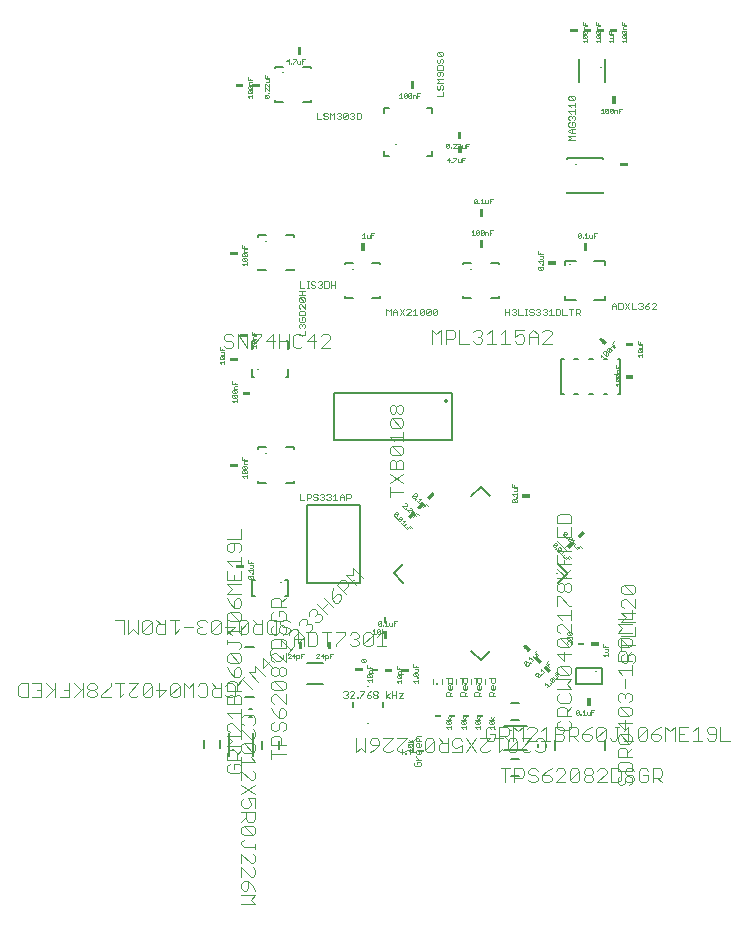
<source format=gto>
G75*
G70*
%OFA0B0*%
%FSLAX24Y24*%
%IPPOS*%
%LPD*%
%AMOC8*
5,1,8,0,0,1.08239X$1,22.5*
%
%ADD10C,0.0080*%
%ADD11C,0.0020*%
%ADD12C,0.0010*%
%ADD13C,0.0080*%
%ADD14C,0.0050*%
%ADD15C,0.0040*%
%ADD16R,0.0217X0.0079*%
%ADD17R,0.0079X0.0217*%
%ADD18R,0.0089X0.0098*%
%ADD19C,0.0120*%
%ADD20C,0.0060*%
%ADD21C,0.0030*%
D10*
X008224Y010278D02*
X008224Y010810D01*
X008332Y010810D01*
X008332Y010278D02*
X008224Y010278D01*
X009316Y010278D02*
X009424Y010278D01*
X009424Y010810D01*
X009316Y010810D01*
X010038Y010691D02*
X010038Y013290D01*
X011810Y013290D01*
X011810Y010691D01*
X010038Y010691D01*
X011625Y010817D02*
X011625Y010817D01*
X012943Y011024D02*
X013263Y011344D01*
X012943Y011024D02*
X013263Y010704D01*
X015518Y008449D02*
X015838Y008129D01*
X016159Y008449D01*
X018404Y010691D02*
X018734Y011021D01*
X018734Y011024D02*
X018413Y011344D01*
X018400Y011024D02*
X018400Y011024D01*
X016159Y013599D02*
X015838Y013919D01*
X015518Y013599D01*
X014892Y015477D02*
X010955Y015477D01*
X010955Y017051D01*
X014892Y017051D01*
X014892Y015477D01*
X015263Y020203D02*
X015533Y020203D01*
X015263Y020203D02*
X015263Y020264D01*
X015263Y021323D02*
X015263Y021384D01*
X015525Y021384D01*
X016175Y021384D02*
X016444Y021384D01*
X016444Y021323D01*
X016444Y020264D02*
X016444Y020203D01*
X016175Y020203D01*
X018664Y020134D02*
X019015Y020134D01*
X018664Y020134D02*
X018664Y020286D01*
X018664Y021302D02*
X018664Y021453D01*
X019015Y021453D01*
X018807Y021352D02*
X018807Y021352D01*
X019633Y021453D02*
X019981Y021453D01*
X019983Y021453D02*
X019983Y021302D01*
X019983Y020283D02*
X019983Y020134D01*
X019633Y020134D01*
X019578Y018179D02*
X019460Y018179D01*
X019086Y018179D02*
X018967Y018179D01*
X018967Y018180D01*
X018613Y018179D02*
X018534Y018179D01*
X018534Y016998D01*
X018613Y016998D01*
X018967Y016998D02*
X019086Y016998D01*
X019460Y016998D02*
X019578Y016998D01*
X019952Y016998D02*
X019954Y016997D01*
X019952Y016998D02*
X020070Y016998D01*
X020424Y016998D02*
X020503Y016998D01*
X020503Y018179D01*
X020424Y018179D01*
X020070Y018179D02*
X019952Y018179D01*
X014211Y024953D02*
X014054Y024953D01*
X014211Y024953D02*
X014211Y025110D01*
X014211Y026370D02*
X014211Y026527D01*
X014054Y026527D01*
X013034Y025350D02*
X013030Y025350D01*
X013030Y025346D01*
X012794Y024953D02*
X012636Y024953D01*
X012636Y025110D01*
X012636Y026370D02*
X012636Y026527D01*
X012794Y026527D01*
X010174Y026738D02*
X009905Y026738D01*
X010174Y026738D02*
X010174Y026799D01*
X009263Y026738D02*
X008993Y026738D01*
X008993Y026799D01*
X008993Y027858D02*
X008993Y027919D01*
X009255Y027919D01*
X009905Y027919D02*
X010174Y027919D01*
X010174Y027858D01*
X009609Y022304D02*
X009340Y022304D01*
X009609Y022304D02*
X009609Y022243D01*
X009609Y021184D02*
X009609Y021123D01*
X009340Y021123D01*
X008698Y021123D02*
X008428Y021123D01*
X008428Y021184D01*
X008428Y022243D02*
X008428Y022304D01*
X008690Y022304D01*
X008294Y018764D02*
X008233Y018764D01*
X008233Y018495D01*
X008233Y017845D02*
X008233Y017583D01*
X008294Y017583D01*
X009353Y017583D02*
X009414Y017583D01*
X009414Y017853D01*
X009414Y018495D02*
X009414Y018764D01*
X009353Y018764D01*
X011313Y020203D02*
X011583Y020203D01*
X011313Y020203D02*
X011313Y020264D01*
X011313Y021323D02*
X011313Y021384D01*
X011575Y021384D01*
X012225Y021384D02*
X012494Y021384D01*
X012494Y021323D01*
X012494Y020264D02*
X012494Y020203D01*
X012225Y020203D01*
X009611Y015224D02*
X009342Y015224D01*
X009611Y015224D02*
X009611Y015163D01*
X009611Y014104D02*
X009611Y014043D01*
X009342Y014043D01*
X008700Y014043D02*
X008430Y014043D01*
X008430Y014104D01*
X008430Y015163D02*
X008430Y015224D01*
X008692Y015224D01*
X019114Y027400D02*
X019114Y028188D01*
X019862Y027912D02*
X019866Y027916D01*
X019980Y028188D02*
X019980Y027400D01*
D11*
X018990Y026906D02*
X018990Y026832D01*
X018953Y026796D01*
X018806Y026942D01*
X018953Y026942D01*
X018990Y026906D01*
X018953Y026796D02*
X018806Y026796D01*
X018769Y026832D01*
X018769Y026906D01*
X018806Y026942D01*
X018990Y026721D02*
X018990Y026575D01*
X018990Y026648D02*
X018769Y026648D01*
X018843Y026575D01*
X018990Y026500D02*
X018990Y026354D01*
X018990Y026427D02*
X018769Y026427D01*
X018843Y026354D01*
X018843Y026279D02*
X018879Y026243D01*
X018916Y026279D01*
X018953Y026279D01*
X018990Y026243D01*
X018990Y026169D01*
X018953Y026133D01*
X018953Y026058D02*
X018879Y026058D01*
X018879Y025985D01*
X018806Y026058D02*
X018769Y026022D01*
X018769Y025948D01*
X018806Y025912D01*
X018953Y025912D01*
X018990Y025948D01*
X018990Y026022D01*
X018953Y026058D01*
X018806Y026133D02*
X018769Y026169D01*
X018769Y026243D01*
X018806Y026279D01*
X018843Y026279D01*
X018879Y026243D02*
X018879Y026206D01*
X018879Y025837D02*
X018879Y025691D01*
X018843Y025691D02*
X018769Y025764D01*
X018843Y025837D01*
X018990Y025837D01*
X018990Y025691D02*
X018843Y025691D01*
X018769Y025616D02*
X018990Y025616D01*
X018990Y025470D02*
X018769Y025470D01*
X018843Y025543D01*
X018769Y025616D01*
X020287Y020054D02*
X020361Y019981D01*
X020361Y019834D01*
X020435Y019834D02*
X020545Y019834D01*
X020582Y019871D01*
X020582Y020017D01*
X020545Y020054D01*
X020435Y020054D01*
X020435Y019834D01*
X020361Y019944D02*
X020214Y019944D01*
X020214Y019981D02*
X020287Y020054D01*
X020214Y019981D02*
X020214Y019834D01*
X020656Y019834D02*
X020803Y020054D01*
X020877Y020054D02*
X020877Y019834D01*
X021024Y019834D01*
X021098Y019871D02*
X021135Y019834D01*
X021208Y019834D01*
X021245Y019871D01*
X021245Y019907D01*
X021208Y019944D01*
X021171Y019944D01*
X021208Y019944D02*
X021245Y019981D01*
X021245Y020017D01*
X021208Y020054D01*
X021135Y020054D01*
X021098Y020017D01*
X021319Y019944D02*
X021429Y019944D01*
X021466Y019907D01*
X021466Y019871D01*
X021429Y019834D01*
X021356Y019834D01*
X021319Y019871D01*
X021319Y019944D01*
X021392Y020017D01*
X021466Y020054D01*
X021540Y020017D02*
X021577Y020054D01*
X021650Y020054D01*
X021687Y020017D01*
X021687Y019981D01*
X021540Y019834D01*
X021687Y019834D01*
X020803Y019834D02*
X020656Y020054D01*
X019155Y019806D02*
X019155Y019733D01*
X019119Y019696D01*
X019009Y019696D01*
X019082Y019696D02*
X019155Y019623D01*
X019009Y019623D02*
X019009Y019843D01*
X019119Y019843D01*
X019155Y019806D01*
X018934Y019843D02*
X018788Y019843D01*
X018861Y019843D02*
X018861Y019623D01*
X018713Y019623D02*
X018567Y019623D01*
X018567Y019843D01*
X018492Y019806D02*
X018492Y019660D01*
X018456Y019623D01*
X018346Y019623D01*
X018346Y019843D01*
X018456Y019843D01*
X018492Y019806D01*
X018271Y019623D02*
X018125Y019623D01*
X018198Y019623D02*
X018198Y019843D01*
X018125Y019770D01*
X018050Y019770D02*
X018014Y019733D01*
X018050Y019696D01*
X018050Y019660D01*
X018014Y019623D01*
X017940Y019623D01*
X017904Y019660D01*
X017829Y019660D02*
X017793Y019623D01*
X017719Y019623D01*
X017683Y019660D01*
X017608Y019660D02*
X017572Y019623D01*
X017498Y019623D01*
X017462Y019660D01*
X017498Y019733D02*
X017572Y019733D01*
X017608Y019696D01*
X017608Y019660D01*
X017498Y019733D02*
X017462Y019770D01*
X017462Y019806D01*
X017498Y019843D01*
X017572Y019843D01*
X017608Y019806D01*
X017683Y019806D02*
X017719Y019843D01*
X017793Y019843D01*
X017829Y019806D01*
X017829Y019770D01*
X017793Y019733D01*
X017829Y019696D01*
X017829Y019660D01*
X017793Y019733D02*
X017756Y019733D01*
X017904Y019806D02*
X017940Y019843D01*
X018014Y019843D01*
X018050Y019806D01*
X018050Y019770D01*
X018014Y019733D02*
X017977Y019733D01*
X017388Y019843D02*
X017314Y019843D01*
X017351Y019843D02*
X017351Y019623D01*
X017314Y019623D02*
X017388Y019623D01*
X017240Y019623D02*
X017093Y019623D01*
X017093Y019843D01*
X017019Y019806D02*
X017019Y019770D01*
X016982Y019733D01*
X017019Y019696D01*
X017019Y019660D01*
X016982Y019623D01*
X016909Y019623D01*
X016872Y019660D01*
X016798Y019623D02*
X016798Y019843D01*
X016872Y019806D02*
X016909Y019843D01*
X016982Y019843D01*
X017019Y019806D01*
X016982Y019733D02*
X016946Y019733D01*
X016798Y019733D02*
X016651Y019733D01*
X016651Y019623D02*
X016651Y019843D01*
X014395Y019806D02*
X014395Y019660D01*
X014358Y019623D01*
X014285Y019623D01*
X014248Y019660D01*
X014395Y019806D01*
X014358Y019843D01*
X014285Y019843D01*
X014248Y019806D01*
X014248Y019660D01*
X014174Y019660D02*
X014137Y019623D01*
X014064Y019623D01*
X014027Y019660D01*
X014174Y019806D01*
X014174Y019660D01*
X014174Y019806D02*
X014137Y019843D01*
X014064Y019843D01*
X014027Y019806D01*
X014027Y019660D01*
X013953Y019660D02*
X013916Y019623D01*
X013843Y019623D01*
X013806Y019660D01*
X013953Y019806D01*
X013953Y019660D01*
X013953Y019806D02*
X013916Y019843D01*
X013843Y019843D01*
X013806Y019806D01*
X013806Y019660D01*
X013732Y019623D02*
X013585Y019623D01*
X013659Y019623D02*
X013659Y019843D01*
X013585Y019770D01*
X013511Y019770D02*
X013511Y019806D01*
X013474Y019843D01*
X013401Y019843D01*
X013364Y019806D01*
X013290Y019843D02*
X013143Y019623D01*
X013069Y019623D02*
X013069Y019770D01*
X012996Y019843D01*
X012922Y019770D01*
X012922Y019623D01*
X012848Y019623D02*
X012848Y019843D01*
X012775Y019770D01*
X012701Y019843D01*
X012701Y019623D01*
X012922Y019733D02*
X013069Y019733D01*
X013143Y019843D02*
X013290Y019623D01*
X013364Y019623D02*
X013511Y019770D01*
X013511Y019623D02*
X013364Y019623D01*
X010994Y020543D02*
X010994Y020763D01*
X010994Y020653D02*
X010847Y020653D01*
X010773Y020726D02*
X010737Y020763D01*
X010626Y020763D01*
X010626Y020543D01*
X010737Y020543D01*
X010773Y020580D01*
X010773Y020726D01*
X010847Y020763D02*
X010847Y020543D01*
X010552Y020580D02*
X010516Y020543D01*
X010442Y020543D01*
X010405Y020580D01*
X010331Y020580D02*
X010295Y020543D01*
X010221Y020543D01*
X010184Y020580D01*
X010221Y020653D02*
X010184Y020690D01*
X010184Y020726D01*
X010221Y020763D01*
X010295Y020763D01*
X010331Y020726D01*
X010405Y020726D02*
X010442Y020763D01*
X010516Y020763D01*
X010552Y020726D01*
X010552Y020690D01*
X010516Y020653D01*
X010552Y020616D01*
X010552Y020580D01*
X010516Y020653D02*
X010479Y020653D01*
X010331Y020616D02*
X010331Y020580D01*
X010331Y020616D02*
X010295Y020653D01*
X010221Y020653D01*
X010111Y020763D02*
X010037Y020763D01*
X010074Y020763D02*
X010074Y020543D01*
X010037Y020543D02*
X010111Y020543D01*
X009963Y020543D02*
X009816Y020543D01*
X009816Y020763D01*
X009775Y020444D02*
X009995Y020444D01*
X009885Y020444D02*
X009885Y020297D01*
X009958Y020223D02*
X009995Y020186D01*
X009995Y020113D01*
X009958Y020076D01*
X009812Y020223D01*
X009958Y020223D01*
X009995Y020297D02*
X009775Y020297D01*
X009812Y020223D02*
X009775Y020186D01*
X009775Y020113D01*
X009812Y020076D01*
X009958Y020076D01*
X009995Y020002D02*
X009995Y019855D01*
X009848Y020002D01*
X009812Y020002D01*
X009775Y019965D01*
X009775Y019892D01*
X009812Y019855D01*
X009812Y019781D02*
X009775Y019744D01*
X009775Y019634D01*
X009995Y019634D01*
X009995Y019744D01*
X009958Y019781D01*
X009812Y019781D01*
X009812Y019560D02*
X009775Y019523D01*
X009775Y019450D01*
X009812Y019413D01*
X009958Y019413D01*
X009995Y019450D01*
X009995Y019523D01*
X009958Y019560D01*
X009885Y019560D01*
X009885Y019487D01*
X009922Y019339D02*
X009958Y019339D01*
X009995Y019302D01*
X009995Y019229D01*
X009958Y019192D01*
X009995Y019118D02*
X009995Y018971D01*
X009775Y018971D01*
X009812Y019192D02*
X009775Y019229D01*
X009775Y019302D01*
X009812Y019339D01*
X009848Y019339D01*
X009885Y019302D01*
X009922Y019339D01*
X009885Y019302D02*
X009885Y019266D01*
X009818Y013683D02*
X009818Y013463D01*
X009965Y013463D01*
X010039Y013463D02*
X010039Y013683D01*
X010149Y013683D01*
X010186Y013646D01*
X010186Y013573D01*
X010149Y013536D01*
X010039Y013536D01*
X010260Y013500D02*
X010297Y013463D01*
X010370Y013463D01*
X010407Y013500D01*
X010407Y013536D01*
X010370Y013573D01*
X010297Y013573D01*
X010260Y013610D01*
X010260Y013646D01*
X010297Y013683D01*
X010370Y013683D01*
X010407Y013646D01*
X010481Y013646D02*
X010518Y013683D01*
X010591Y013683D01*
X010628Y013646D01*
X010628Y013610D01*
X010591Y013573D01*
X010628Y013536D01*
X010628Y013500D01*
X010591Y013463D01*
X010518Y013463D01*
X010481Y013500D01*
X010555Y013573D02*
X010591Y013573D01*
X010702Y013646D02*
X010739Y013683D01*
X010812Y013683D01*
X010849Y013646D01*
X010849Y013610D01*
X010812Y013573D01*
X010849Y013536D01*
X010849Y013500D01*
X010812Y013463D01*
X010739Y013463D01*
X010702Y013500D01*
X010776Y013573D02*
X010812Y013573D01*
X010923Y013610D02*
X010997Y013683D01*
X010997Y013463D01*
X011070Y013463D02*
X010923Y013463D01*
X011144Y013463D02*
X011144Y013610D01*
X011218Y013683D01*
X011291Y013610D01*
X011291Y013463D01*
X011365Y013463D02*
X011365Y013683D01*
X011475Y013683D01*
X011512Y013646D01*
X011512Y013573D01*
X011475Y013536D01*
X011365Y013536D01*
X011291Y013573D02*
X011144Y013573D01*
X014674Y007523D02*
X014894Y007523D01*
X014894Y007413D01*
X014857Y007376D01*
X014784Y007376D01*
X014747Y007413D01*
X014747Y007523D01*
X014784Y007302D02*
X014821Y007302D01*
X014821Y007155D01*
X014857Y007155D02*
X014784Y007155D01*
X014747Y007192D01*
X014747Y007265D01*
X014784Y007302D01*
X014894Y007265D02*
X014894Y007192D01*
X014857Y007155D01*
X014894Y007081D02*
X014821Y007007D01*
X014821Y007044D02*
X014821Y006934D01*
X014894Y006934D02*
X014674Y006934D01*
X014674Y007044D01*
X014710Y007081D01*
X014784Y007081D01*
X014821Y007044D01*
X015164Y007044D02*
X015200Y007081D01*
X015274Y007081D01*
X015311Y007044D01*
X015311Y006934D01*
X015384Y006934D02*
X015164Y006934D01*
X015164Y007044D01*
X015311Y007007D02*
X015384Y007081D01*
X015347Y007155D02*
X015274Y007155D01*
X015237Y007192D01*
X015237Y007265D01*
X015274Y007302D01*
X015311Y007302D01*
X015311Y007155D01*
X015347Y007155D02*
X015384Y007192D01*
X015384Y007265D01*
X015347Y007376D02*
X015274Y007376D01*
X015237Y007413D01*
X015237Y007523D01*
X015164Y007523D02*
X015384Y007523D01*
X015384Y007413D01*
X015347Y007376D01*
X015634Y007523D02*
X015854Y007523D01*
X015854Y007413D01*
X015817Y007376D01*
X015744Y007376D01*
X015707Y007413D01*
X015707Y007523D01*
X015744Y007302D02*
X015781Y007302D01*
X015781Y007155D01*
X015817Y007155D02*
X015744Y007155D01*
X015707Y007192D01*
X015707Y007265D01*
X015744Y007302D01*
X015854Y007265D02*
X015854Y007192D01*
X015817Y007155D01*
X015854Y007081D02*
X015781Y007007D01*
X015781Y007044D02*
X015781Y006934D01*
X015854Y006934D02*
X015634Y006934D01*
X015634Y007044D01*
X015670Y007081D01*
X015744Y007081D01*
X015781Y007044D01*
X016104Y007044D02*
X016140Y007081D01*
X016214Y007081D01*
X016251Y007044D01*
X016251Y006934D01*
X016324Y006934D02*
X016104Y006934D01*
X016104Y007044D01*
X016251Y007007D02*
X016324Y007081D01*
X016287Y007155D02*
X016324Y007192D01*
X016324Y007265D01*
X016251Y007302D02*
X016251Y007155D01*
X016287Y007155D02*
X016214Y007155D01*
X016177Y007192D01*
X016177Y007265D01*
X016214Y007302D01*
X016251Y007302D01*
X016287Y007376D02*
X016214Y007376D01*
X016177Y007413D01*
X016177Y007523D01*
X016104Y007523D02*
X016324Y007523D01*
X016324Y007413D01*
X016287Y007376D01*
X013844Y005593D02*
X013734Y005593D01*
X013697Y005556D01*
X013697Y005446D01*
X013844Y005446D01*
X013771Y005372D02*
X013771Y005225D01*
X013807Y005225D02*
X013734Y005225D01*
X013697Y005262D01*
X013697Y005335D01*
X013734Y005372D01*
X013771Y005372D01*
X013844Y005335D02*
X013844Y005262D01*
X013807Y005225D01*
X013771Y005151D02*
X013771Y005004D01*
X013807Y005004D02*
X013734Y005004D01*
X013697Y005041D01*
X013697Y005114D01*
X013734Y005151D01*
X013771Y005151D01*
X013844Y005114D02*
X013844Y005041D01*
X013807Y005004D01*
X013697Y004930D02*
X013697Y004893D01*
X013771Y004820D01*
X013844Y004820D02*
X013697Y004820D01*
X013660Y004746D02*
X013624Y004709D01*
X013624Y004636D01*
X013660Y004599D01*
X013807Y004599D01*
X013844Y004636D01*
X013844Y004709D01*
X013807Y004746D01*
X013734Y004746D01*
X013734Y004672D01*
X013253Y006877D02*
X013107Y006877D01*
X013253Y007024D01*
X013107Y007024D01*
X013032Y006987D02*
X012886Y006987D01*
X012812Y007024D02*
X012701Y006950D01*
X012812Y006877D01*
X012886Y006877D02*
X012886Y007097D01*
X013032Y007097D02*
X013032Y006877D01*
X012701Y006877D02*
X012701Y007097D01*
X012406Y007060D02*
X012406Y007024D01*
X012370Y006987D01*
X012296Y006987D01*
X012259Y007024D01*
X012259Y007060D01*
X012296Y007097D01*
X012370Y007097D01*
X012406Y007060D01*
X012370Y006987D02*
X012406Y006950D01*
X012406Y006914D01*
X012370Y006877D01*
X012296Y006877D01*
X012259Y006914D01*
X012259Y006950D01*
X012296Y006987D01*
X012185Y006950D02*
X012149Y006987D01*
X012038Y006987D01*
X012038Y006914D01*
X012075Y006877D01*
X012149Y006877D01*
X012185Y006914D01*
X012185Y006950D01*
X012112Y007060D02*
X012185Y007097D01*
X012112Y007060D02*
X012038Y006987D01*
X011964Y007060D02*
X011817Y006914D01*
X011817Y006877D01*
X011744Y006877D02*
X011707Y006877D01*
X011707Y006914D01*
X011744Y006914D01*
X011744Y006877D01*
X011633Y006877D02*
X011486Y006877D01*
X011633Y007024D01*
X011633Y007060D01*
X011596Y007097D01*
X011523Y007097D01*
X011486Y007060D01*
X011412Y007060D02*
X011412Y007024D01*
X011375Y006987D01*
X011412Y006950D01*
X011412Y006914D01*
X011375Y006877D01*
X011302Y006877D01*
X011265Y006914D01*
X011338Y006987D02*
X011375Y006987D01*
X011412Y007060D02*
X011375Y007097D01*
X011302Y007097D01*
X011265Y007060D01*
X011817Y007097D02*
X011964Y007097D01*
X011964Y007060D01*
X015893Y023173D02*
X015893Y022953D01*
X015893Y022954D02*
X015815Y022954D01*
X015815Y023173D01*
X015815Y023174D01*
X015893Y023174D01*
X015893Y023156D01*
X015815Y023156D01*
X015815Y023138D01*
X015893Y023138D01*
X015893Y023120D01*
X015815Y023120D01*
X015815Y023102D01*
X015893Y023102D01*
X015893Y023084D01*
X015815Y023084D01*
X015815Y023066D01*
X015893Y023066D01*
X015893Y023048D01*
X015815Y023048D01*
X015815Y023030D01*
X015893Y023030D01*
X015893Y023012D01*
X015815Y023012D01*
X015815Y022994D01*
X015893Y022994D01*
X015893Y022976D01*
X015815Y022976D01*
X015815Y022958D01*
X015893Y022958D01*
X014595Y026931D02*
X014595Y027078D01*
X014558Y027152D02*
X014595Y027189D01*
X014595Y027262D01*
X014558Y027299D01*
X014522Y027299D01*
X014485Y027262D01*
X014485Y027189D01*
X014448Y027152D01*
X014412Y027152D01*
X014375Y027189D01*
X014375Y027262D01*
X014412Y027299D01*
X014375Y027373D02*
X014448Y027446D01*
X014375Y027520D01*
X014595Y027520D01*
X014558Y027594D02*
X014595Y027631D01*
X014595Y027704D01*
X014558Y027741D01*
X014412Y027741D01*
X014375Y027704D01*
X014375Y027631D01*
X014412Y027594D01*
X014448Y027594D01*
X014485Y027631D01*
X014485Y027741D01*
X014595Y027815D02*
X014595Y027925D01*
X014558Y027962D01*
X014412Y027962D01*
X014375Y027925D01*
X014375Y027815D01*
X014595Y027815D01*
X014558Y028036D02*
X014595Y028073D01*
X014595Y028146D01*
X014558Y028183D01*
X014522Y028183D01*
X014485Y028146D01*
X014485Y028073D01*
X014448Y028036D01*
X014412Y028036D01*
X014375Y028073D01*
X014375Y028146D01*
X014412Y028183D01*
X014412Y028257D02*
X014375Y028294D01*
X014375Y028367D01*
X014412Y028404D01*
X014558Y028257D01*
X014595Y028294D01*
X014595Y028367D01*
X014558Y028404D01*
X014412Y028404D01*
X014412Y028257D02*
X014558Y028257D01*
X014595Y027373D02*
X014375Y027373D01*
X014375Y026931D02*
X014595Y026931D01*
X011854Y026341D02*
X011854Y026195D01*
X011817Y026158D01*
X011707Y026158D01*
X011707Y026378D01*
X011817Y026378D01*
X011854Y026341D01*
X011633Y026341D02*
X011633Y026305D01*
X011596Y026268D01*
X011633Y026231D01*
X011633Y026195D01*
X011596Y026158D01*
X011523Y026158D01*
X011486Y026195D01*
X011412Y026195D02*
X011412Y026341D01*
X011265Y026195D01*
X011302Y026158D01*
X011375Y026158D01*
X011412Y026195D01*
X011412Y026341D02*
X011375Y026378D01*
X011302Y026378D01*
X011265Y026341D01*
X011265Y026195D01*
X011191Y026195D02*
X011154Y026158D01*
X011081Y026158D01*
X011044Y026195D01*
X010970Y026158D02*
X010970Y026378D01*
X010897Y026305D01*
X010823Y026378D01*
X010823Y026158D01*
X010749Y026195D02*
X010712Y026158D01*
X010639Y026158D01*
X010602Y026195D01*
X010639Y026268D02*
X010712Y026268D01*
X010749Y026231D01*
X010749Y026195D01*
X010639Y026268D02*
X010602Y026305D01*
X010602Y026341D01*
X010639Y026378D01*
X010712Y026378D01*
X010749Y026341D01*
X010528Y026158D02*
X010381Y026158D01*
X010381Y026378D01*
X011044Y026341D02*
X011081Y026378D01*
X011154Y026378D01*
X011191Y026341D01*
X011191Y026305D01*
X011154Y026268D01*
X011191Y026231D01*
X011191Y026195D01*
X011154Y026268D02*
X011118Y026268D01*
X011486Y026341D02*
X011523Y026378D01*
X011596Y026378D01*
X011633Y026341D01*
X011596Y026268D02*
X011560Y026268D01*
X010745Y008525D02*
X010745Y008745D01*
X010745Y008744D02*
X010823Y008744D01*
X010823Y008525D01*
X010823Y008524D01*
X010745Y008524D01*
X010745Y008542D01*
X010823Y008542D01*
X010823Y008560D01*
X010745Y008560D01*
X010745Y008578D01*
X010823Y008578D01*
X010823Y008596D01*
X010745Y008596D01*
X010745Y008614D01*
X010823Y008614D01*
X010823Y008632D01*
X010745Y008632D01*
X010745Y008650D01*
X010823Y008650D01*
X010823Y008668D01*
X010745Y008668D01*
X010745Y008686D01*
X010823Y008686D01*
X010823Y008704D01*
X010745Y008704D01*
X010745Y008722D01*
X010823Y008722D01*
X010823Y008740D01*
X010745Y008740D01*
X011943Y022033D02*
X011943Y021813D01*
X011943Y021814D02*
X011865Y021814D01*
X011865Y022033D01*
X011865Y022034D01*
X011943Y022034D01*
X011943Y022016D01*
X011865Y022016D01*
X011865Y021998D01*
X011943Y021998D01*
X011943Y021980D01*
X011865Y021980D01*
X011865Y021962D01*
X011943Y021962D01*
X011943Y021944D01*
X011865Y021944D01*
X011865Y021926D01*
X011943Y021926D01*
X011943Y021908D01*
X011865Y021908D01*
X011865Y021890D01*
X011943Y021890D01*
X011943Y021872D01*
X011865Y021872D01*
X011865Y021854D01*
X011943Y021854D01*
X011943Y021836D01*
X011865Y021836D01*
X011865Y021818D01*
X011943Y021818D01*
X019401Y006655D02*
X019401Y006875D01*
X019401Y006874D02*
X019479Y006874D01*
X019479Y006655D01*
X019479Y006654D01*
X019401Y006654D01*
X019401Y006672D01*
X019479Y006672D01*
X019479Y006690D01*
X019401Y006690D01*
X019401Y006708D01*
X019479Y006708D01*
X019479Y006726D01*
X019401Y006726D01*
X019401Y006744D01*
X019479Y006744D01*
X019479Y006762D01*
X019401Y006762D01*
X019401Y006780D01*
X019479Y006780D01*
X019479Y006798D01*
X019401Y006798D01*
X019401Y006816D01*
X019479Y006816D01*
X019479Y006834D01*
X019401Y006834D01*
X019401Y006852D01*
X019479Y006852D01*
X019479Y006870D01*
X019401Y006870D01*
X015893Y022123D02*
X015893Y021903D01*
X015893Y021904D02*
X015815Y021904D01*
X015815Y022123D01*
X015815Y022124D01*
X015893Y022124D01*
X015893Y022106D01*
X015815Y022106D01*
X015815Y022088D01*
X015893Y022088D01*
X015893Y022070D01*
X015815Y022070D01*
X015815Y022052D01*
X015893Y022052D01*
X015893Y022034D01*
X015815Y022034D01*
X015815Y022016D01*
X015893Y022016D01*
X015893Y021998D01*
X015815Y021998D01*
X015815Y021980D01*
X015893Y021980D01*
X015893Y021962D01*
X015815Y021962D01*
X015815Y021944D01*
X015893Y021944D01*
X015893Y021926D01*
X015815Y021926D01*
X015815Y021908D01*
X015893Y021908D01*
X007485Y018213D02*
X007705Y018213D01*
X007704Y018213D02*
X007704Y018135D01*
X007485Y018135D01*
X007484Y018135D01*
X007484Y018213D01*
X007502Y018213D01*
X007502Y018135D01*
X007520Y018135D01*
X007520Y018213D01*
X007538Y018213D01*
X007538Y018135D01*
X007556Y018135D01*
X007556Y018213D01*
X007574Y018213D01*
X007574Y018135D01*
X007592Y018135D01*
X007592Y018213D01*
X007610Y018213D01*
X007610Y018135D01*
X007628Y018135D01*
X007628Y018213D01*
X007646Y018213D01*
X007646Y018135D01*
X007664Y018135D01*
X007664Y018213D01*
X007682Y018213D01*
X007682Y018135D01*
X007700Y018135D01*
X007700Y018213D01*
X020893Y018625D02*
X020673Y018625D01*
X020674Y018625D02*
X020674Y018703D01*
X020893Y018703D01*
X020894Y018703D01*
X020894Y018625D01*
X020876Y018625D01*
X020876Y018703D01*
X020858Y018703D01*
X020858Y018625D01*
X020840Y018625D01*
X020840Y018703D01*
X020822Y018703D01*
X020822Y018625D01*
X020804Y018625D01*
X020804Y018703D01*
X020786Y018703D01*
X020786Y018625D01*
X020768Y018625D01*
X020768Y018703D01*
X020750Y018703D01*
X020750Y018625D01*
X020732Y018625D01*
X020732Y018703D01*
X020714Y018703D01*
X020714Y018625D01*
X020696Y018625D01*
X020696Y018703D01*
X020678Y018703D01*
X020678Y018625D01*
X007905Y017083D02*
X008125Y017083D01*
X008124Y017083D02*
X008124Y017005D01*
X007905Y017005D01*
X007904Y017005D01*
X007904Y017083D01*
X007922Y017083D01*
X007922Y017005D01*
X007940Y017005D01*
X007940Y017083D01*
X007958Y017083D01*
X007958Y017005D01*
X007976Y017005D01*
X007976Y017083D01*
X007994Y017083D01*
X007994Y017005D01*
X008012Y017005D01*
X008012Y017083D01*
X008030Y017083D01*
X008030Y017005D01*
X008048Y017005D01*
X008048Y017083D01*
X008066Y017083D01*
X008066Y017005D01*
X008084Y017005D01*
X008084Y017083D01*
X008102Y017083D01*
X008102Y017005D01*
X008120Y017005D01*
X008120Y017083D01*
X019740Y008645D02*
X019520Y008645D01*
X019521Y008645D02*
X019521Y008723D01*
X019740Y008723D01*
X019741Y008723D01*
X019741Y008645D01*
X019723Y008645D01*
X019723Y008723D01*
X019705Y008723D01*
X019705Y008645D01*
X019687Y008645D01*
X019687Y008723D01*
X019669Y008723D01*
X019669Y008645D01*
X019651Y008645D01*
X019651Y008723D01*
X019633Y008723D01*
X019633Y008645D01*
X019615Y008645D01*
X019615Y008723D01*
X019597Y008723D01*
X019597Y008645D01*
X019579Y008645D01*
X019579Y008723D01*
X019561Y008723D01*
X019561Y008645D01*
X019543Y008645D01*
X019543Y008723D01*
X019525Y008723D01*
X019525Y008645D01*
X017225Y013663D02*
X017445Y013663D01*
X017444Y013663D02*
X017444Y013585D01*
X017225Y013585D01*
X017224Y013585D01*
X017224Y013663D01*
X017242Y013663D01*
X017242Y013585D01*
X017260Y013585D01*
X017260Y013663D01*
X017278Y013663D01*
X017278Y013585D01*
X017296Y013585D01*
X017296Y013663D01*
X017314Y013663D01*
X017314Y013585D01*
X017332Y013585D01*
X017332Y013663D01*
X017350Y013663D01*
X017350Y013585D01*
X017368Y013585D01*
X017368Y013663D01*
X017386Y013663D01*
X017386Y013585D01*
X017404Y013585D01*
X017404Y013663D01*
X017422Y013663D01*
X017422Y013585D01*
X017440Y013585D01*
X017440Y013663D01*
X018095Y021423D02*
X018315Y021423D01*
X018314Y021423D02*
X018314Y021345D01*
X018095Y021345D01*
X018094Y021345D01*
X018094Y021423D01*
X018112Y021423D01*
X018112Y021345D01*
X018130Y021345D01*
X018130Y021423D01*
X018148Y021423D01*
X018148Y021345D01*
X018166Y021345D01*
X018166Y021423D01*
X018184Y021423D01*
X018184Y021345D01*
X018202Y021345D01*
X018202Y021423D01*
X018220Y021423D01*
X018220Y021345D01*
X018238Y021345D01*
X018238Y021423D01*
X018256Y021423D01*
X018256Y021345D01*
X018274Y021345D01*
X018274Y021423D01*
X018292Y021423D01*
X018292Y021345D01*
X018310Y021345D01*
X018310Y021423D01*
X020485Y024713D02*
X020705Y024713D01*
X020704Y024713D02*
X020704Y024635D01*
X020485Y024635D01*
X020484Y024635D01*
X020484Y024713D01*
X020502Y024713D01*
X020502Y024635D01*
X020520Y024635D01*
X020520Y024713D01*
X020538Y024713D01*
X020538Y024635D01*
X020556Y024635D01*
X020556Y024713D01*
X020574Y024713D01*
X020574Y024635D01*
X020592Y024635D01*
X020592Y024713D01*
X020610Y024713D01*
X020610Y024635D01*
X020628Y024635D01*
X020628Y024713D01*
X020646Y024713D01*
X020646Y024635D01*
X020664Y024635D01*
X020664Y024713D01*
X020682Y024713D01*
X020682Y024635D01*
X020700Y024635D01*
X020700Y024713D01*
X020675Y017623D02*
X020895Y017623D01*
X020894Y017623D02*
X020894Y017545D01*
X020675Y017545D01*
X020674Y017545D01*
X020674Y017623D01*
X020692Y017623D01*
X020692Y017545D01*
X020710Y017545D01*
X020710Y017623D01*
X020728Y017623D01*
X020728Y017545D01*
X020746Y017545D01*
X020746Y017623D01*
X020764Y017623D01*
X020764Y017545D01*
X020782Y017545D01*
X020782Y017623D01*
X020800Y017623D01*
X020800Y017545D01*
X020818Y017545D01*
X020818Y017623D01*
X020836Y017623D01*
X020836Y017545D01*
X020854Y017545D01*
X020854Y017623D01*
X020872Y017623D01*
X020872Y017545D01*
X020890Y017545D01*
X020890Y017623D01*
X013426Y012942D02*
X013581Y013098D01*
X013581Y013097D02*
X013636Y013042D01*
X013481Y012887D01*
X013481Y012886D01*
X013425Y012942D01*
X013438Y012955D01*
X013494Y012899D01*
X013506Y012912D01*
X013451Y012967D01*
X013464Y012980D01*
X013519Y012925D01*
X013532Y012937D01*
X013476Y012993D01*
X013489Y013005D01*
X013544Y012950D01*
X013557Y012963D01*
X013502Y013018D01*
X013514Y013031D01*
X013570Y012975D01*
X013583Y012988D01*
X013527Y013044D01*
X013540Y013056D01*
X013595Y013001D01*
X013608Y013014D01*
X013553Y013069D01*
X013565Y013082D01*
X013621Y013026D01*
X013633Y013039D01*
X013578Y013094D01*
X019363Y022023D02*
X019363Y021803D01*
X019363Y021804D02*
X019285Y021804D01*
X019285Y022023D01*
X019285Y022024D01*
X019363Y022024D01*
X019363Y022006D01*
X019285Y022006D01*
X019285Y021988D01*
X019363Y021988D01*
X019363Y021970D01*
X019285Y021970D01*
X019285Y021952D01*
X019363Y021952D01*
X019363Y021934D01*
X019285Y021934D01*
X019285Y021916D01*
X019363Y021916D01*
X019363Y021898D01*
X019285Y021898D01*
X019285Y021880D01*
X019363Y021880D01*
X019363Y021862D01*
X019285Y021862D01*
X019285Y021844D01*
X019363Y021844D01*
X019363Y021826D01*
X019285Y021826D01*
X019285Y021808D01*
X019363Y021808D01*
X013737Y013253D02*
X013892Y013409D01*
X013892Y013408D02*
X013947Y013353D01*
X013792Y013198D01*
X013792Y013197D01*
X013736Y013253D01*
X013749Y013266D01*
X013805Y013210D01*
X013817Y013223D01*
X013762Y013278D01*
X013775Y013291D01*
X013830Y013236D01*
X013843Y013248D01*
X013787Y013304D01*
X013800Y013316D01*
X013855Y013261D01*
X013868Y013274D01*
X013813Y013329D01*
X013825Y013342D01*
X013881Y013286D01*
X013894Y013299D01*
X013838Y013355D01*
X013851Y013367D01*
X013906Y013312D01*
X013919Y013325D01*
X013864Y013380D01*
X013876Y013393D01*
X013932Y013337D01*
X013944Y013350D01*
X013889Y013405D01*
X012703Y009100D02*
X012703Y008880D01*
X012703Y008881D02*
X012625Y008881D01*
X012625Y009100D01*
X012625Y009101D01*
X012703Y009101D01*
X012703Y009083D01*
X012625Y009083D01*
X012625Y009065D01*
X012703Y009065D01*
X012703Y009047D01*
X012625Y009047D01*
X012625Y009029D01*
X012703Y009029D01*
X012703Y009011D01*
X012625Y009011D01*
X012625Y008993D01*
X012703Y008993D01*
X012703Y008975D01*
X012625Y008975D01*
X012625Y008957D01*
X012703Y008957D01*
X012703Y008939D01*
X012625Y008939D01*
X012625Y008921D01*
X012703Y008921D01*
X012703Y008903D01*
X012625Y008903D01*
X012625Y008885D01*
X012703Y008885D01*
X013413Y007765D02*
X013193Y007765D01*
X013194Y007765D02*
X013194Y007843D01*
X013413Y007843D01*
X013414Y007843D01*
X013414Y007765D01*
X013396Y007765D01*
X013396Y007843D01*
X013378Y007843D01*
X013378Y007765D01*
X013360Y007765D01*
X013360Y007843D01*
X013342Y007843D01*
X013342Y007765D01*
X013324Y007765D01*
X013324Y007843D01*
X013306Y007843D01*
X013306Y007765D01*
X013288Y007765D01*
X013288Y007843D01*
X013270Y007843D01*
X013270Y007765D01*
X013252Y007765D01*
X013252Y007843D01*
X013234Y007843D01*
X013234Y007765D01*
X013216Y007765D01*
X013216Y007843D01*
X013198Y007843D01*
X013198Y007765D01*
X012863Y007765D02*
X012643Y007765D01*
X012644Y007765D02*
X012644Y007843D01*
X012863Y007843D01*
X012864Y007843D01*
X012864Y007765D01*
X012846Y007765D01*
X012846Y007843D01*
X012828Y007843D01*
X012828Y007765D01*
X012810Y007765D01*
X012810Y007843D01*
X012792Y007843D01*
X012792Y007765D01*
X012774Y007765D01*
X012774Y007843D01*
X012756Y007843D01*
X012756Y007765D01*
X012738Y007765D01*
X012738Y007843D01*
X012720Y007843D01*
X012720Y007765D01*
X012702Y007765D01*
X012702Y007843D01*
X012684Y007843D01*
X012684Y007765D01*
X012666Y007765D01*
X012666Y007843D01*
X012648Y007843D01*
X012648Y007765D01*
X011883Y007795D02*
X011663Y007795D01*
X011664Y007795D02*
X011664Y007873D01*
X011883Y007873D01*
X011884Y007873D01*
X011884Y007795D01*
X011866Y007795D01*
X011866Y007873D01*
X011848Y007873D01*
X011848Y007795D01*
X011830Y007795D01*
X011830Y007873D01*
X011812Y007873D01*
X011812Y007795D01*
X011794Y007795D01*
X011794Y007873D01*
X011776Y007873D01*
X011776Y007795D01*
X011758Y007795D01*
X011758Y007873D01*
X011740Y007873D01*
X011740Y007795D01*
X011722Y007795D01*
X011722Y007873D01*
X011704Y007873D01*
X011704Y007795D01*
X011686Y007795D01*
X011686Y007873D01*
X011668Y007873D01*
X011668Y007795D01*
X007914Y011232D02*
X007694Y011232D01*
X007695Y011232D02*
X007695Y011310D01*
X007914Y011310D01*
X007915Y011310D01*
X007915Y011232D01*
X007897Y011232D01*
X007897Y011310D01*
X007879Y011310D01*
X007879Y011232D01*
X007861Y011232D01*
X007861Y011310D01*
X007843Y011310D01*
X007843Y011232D01*
X007825Y011232D01*
X007825Y011310D01*
X007807Y011310D01*
X007807Y011232D01*
X007789Y011232D01*
X007789Y011310D01*
X007771Y011310D01*
X007771Y011232D01*
X007753Y011232D01*
X007753Y011310D01*
X007735Y011310D01*
X007735Y011232D01*
X007717Y011232D01*
X007717Y011310D01*
X007699Y011310D01*
X007699Y011232D01*
X008023Y018925D02*
X007803Y018925D01*
X007804Y018925D02*
X007804Y019003D01*
X008023Y019003D01*
X008024Y019003D01*
X008024Y018925D01*
X008006Y018925D01*
X008006Y019003D01*
X007988Y019003D01*
X007988Y018925D01*
X007970Y018925D01*
X007970Y019003D01*
X007952Y019003D01*
X007952Y018925D01*
X007934Y018925D01*
X007934Y019003D01*
X007916Y019003D01*
X007916Y018925D01*
X007898Y018925D01*
X007898Y019003D01*
X007880Y019003D01*
X007880Y018925D01*
X007862Y018925D01*
X007862Y019003D01*
X007844Y019003D01*
X007844Y018925D01*
X007826Y018925D01*
X007826Y019003D01*
X007808Y019003D01*
X007808Y018925D01*
X020362Y029107D02*
X020142Y029107D01*
X020143Y029107D02*
X020143Y029185D01*
X020362Y029185D01*
X020363Y029185D01*
X020363Y029107D01*
X020345Y029107D01*
X020345Y029185D01*
X020327Y029185D01*
X020327Y029107D01*
X020309Y029107D01*
X020309Y029185D01*
X020291Y029185D01*
X020291Y029107D01*
X020273Y029107D01*
X020273Y029185D01*
X020255Y029185D01*
X020255Y029107D01*
X020237Y029107D01*
X020237Y029185D01*
X020219Y029185D01*
X020219Y029107D01*
X020201Y029107D01*
X020201Y029185D01*
X020183Y029185D01*
X020183Y029107D01*
X020165Y029107D01*
X020165Y029185D01*
X020147Y029185D01*
X020147Y029107D01*
X020235Y026705D02*
X020235Y026925D01*
X020235Y026924D02*
X020313Y026924D01*
X020313Y026705D01*
X020313Y026704D01*
X020235Y026704D01*
X020235Y026722D01*
X020313Y026722D01*
X020313Y026740D01*
X020235Y026740D01*
X020235Y026758D01*
X020313Y026758D01*
X020313Y026776D01*
X020235Y026776D01*
X020235Y026794D01*
X020313Y026794D01*
X020313Y026812D01*
X020235Y026812D01*
X020235Y026830D01*
X020313Y026830D01*
X020313Y026848D01*
X020235Y026848D01*
X020235Y026866D01*
X020313Y026866D01*
X020313Y026884D01*
X020235Y026884D01*
X020235Y026902D01*
X020313Y026902D01*
X020313Y026920D01*
X020235Y026920D01*
X014055Y013571D02*
X014210Y013727D01*
X014210Y013726D02*
X014265Y013671D01*
X014110Y013516D01*
X014110Y013515D01*
X014054Y013571D01*
X014067Y013584D01*
X014123Y013528D01*
X014135Y013541D01*
X014080Y013596D01*
X014093Y013609D01*
X014148Y013554D01*
X014161Y013566D01*
X014105Y013622D01*
X014118Y013634D01*
X014173Y013579D01*
X014186Y013592D01*
X014131Y013647D01*
X014143Y013660D01*
X014199Y013604D01*
X014212Y013617D01*
X014156Y013673D01*
X014169Y013685D01*
X014224Y013630D01*
X014237Y013643D01*
X014182Y013698D01*
X014194Y013711D01*
X014250Y013655D01*
X014262Y013668D01*
X014207Y013723D01*
X019933Y029105D02*
X019713Y029105D01*
X019714Y029105D02*
X019714Y029183D01*
X019933Y029183D01*
X019934Y029183D01*
X019934Y029105D01*
X019916Y029105D01*
X019916Y029183D01*
X019898Y029183D01*
X019898Y029105D01*
X019880Y029105D01*
X019880Y029183D01*
X019862Y029183D01*
X019862Y029105D01*
X019844Y029105D01*
X019844Y029183D01*
X019826Y029183D01*
X019826Y029105D01*
X019808Y029105D01*
X019808Y029183D01*
X019790Y029183D01*
X019790Y029105D01*
X019772Y029105D01*
X019772Y029183D01*
X019754Y029183D01*
X019754Y029105D01*
X019736Y029105D01*
X019736Y029183D01*
X019718Y029183D01*
X019718Y029105D01*
X018727Y011926D02*
X018882Y012082D01*
X018882Y012081D02*
X018937Y012026D01*
X018782Y011871D01*
X018782Y011870D01*
X018726Y011926D01*
X018739Y011939D01*
X018795Y011883D01*
X018807Y011896D01*
X018752Y011951D01*
X018765Y011964D01*
X018820Y011909D01*
X018833Y011921D01*
X018777Y011977D01*
X018790Y011989D01*
X018845Y011934D01*
X018858Y011947D01*
X018803Y012002D01*
X018815Y012015D01*
X018871Y011959D01*
X018884Y011972D01*
X018828Y012028D01*
X018841Y012040D01*
X018896Y011985D01*
X018909Y011998D01*
X018854Y012053D01*
X018866Y012066D01*
X018922Y012010D01*
X018934Y012023D01*
X018879Y012078D01*
X009785Y008525D02*
X009785Y008745D01*
X009785Y008744D02*
X009863Y008744D01*
X009863Y008525D01*
X009863Y008524D01*
X009785Y008524D01*
X009785Y008542D01*
X009863Y008542D01*
X009863Y008560D01*
X009785Y008560D01*
X009785Y008578D01*
X009863Y008578D01*
X009863Y008596D01*
X009785Y008596D01*
X009785Y008614D01*
X009863Y008614D01*
X009863Y008632D01*
X009785Y008632D01*
X009785Y008650D01*
X009863Y008650D01*
X009863Y008668D01*
X009785Y008668D01*
X009785Y008686D01*
X009863Y008686D01*
X009863Y008704D01*
X009785Y008704D01*
X009785Y008722D01*
X009863Y008722D01*
X009863Y008740D01*
X009785Y008740D01*
X007703Y014595D02*
X007483Y014595D01*
X007484Y014595D02*
X007484Y014673D01*
X007703Y014673D01*
X007704Y014673D01*
X007704Y014595D01*
X007686Y014595D01*
X007686Y014673D01*
X007668Y014673D01*
X007668Y014595D01*
X007650Y014595D01*
X007650Y014673D01*
X007632Y014673D01*
X007632Y014595D01*
X007614Y014595D01*
X007614Y014673D01*
X007596Y014673D01*
X007596Y014595D01*
X007578Y014595D01*
X007578Y014673D01*
X007560Y014673D01*
X007560Y014595D01*
X007542Y014595D01*
X007542Y014673D01*
X007524Y014673D01*
X007524Y014595D01*
X007506Y014595D01*
X007506Y014673D01*
X007488Y014673D01*
X007488Y014595D01*
X007703Y021675D02*
X007483Y021675D01*
X007484Y021675D02*
X007484Y021753D01*
X007703Y021753D01*
X007704Y021753D01*
X007704Y021675D01*
X007686Y021675D01*
X007686Y021753D01*
X007668Y021753D01*
X007668Y021675D01*
X007650Y021675D01*
X007650Y021753D01*
X007632Y021753D01*
X007632Y021675D01*
X007614Y021675D01*
X007614Y021753D01*
X007596Y021753D01*
X007596Y021675D01*
X007578Y021675D01*
X007578Y021753D01*
X007560Y021753D01*
X007560Y021675D01*
X007542Y021675D01*
X007542Y021753D01*
X007524Y021753D01*
X007524Y021675D01*
X007506Y021675D01*
X007506Y021753D01*
X007488Y021753D01*
X007488Y021675D01*
X019496Y029105D02*
X019276Y029105D01*
X019277Y029105D02*
X019277Y029183D01*
X019496Y029183D01*
X019497Y029183D01*
X019497Y029105D01*
X019479Y029105D01*
X019479Y029183D01*
X019461Y029183D01*
X019461Y029105D01*
X019443Y029105D01*
X019443Y029183D01*
X019425Y029183D01*
X019425Y029105D01*
X019407Y029105D01*
X019407Y029183D01*
X019389Y029183D01*
X019389Y029105D01*
X019371Y029105D01*
X019371Y029183D01*
X019353Y029183D01*
X019353Y029105D01*
X019335Y029105D01*
X019335Y029183D01*
X019317Y029183D01*
X019317Y029105D01*
X019299Y029105D01*
X019299Y029183D01*
X019281Y029183D01*
X019281Y029105D01*
X015095Y025065D02*
X015095Y025285D01*
X015095Y025284D02*
X015173Y025284D01*
X015173Y025065D01*
X015173Y025064D01*
X015095Y025064D01*
X015095Y025082D01*
X015173Y025082D01*
X015173Y025100D01*
X015095Y025100D01*
X015095Y025118D01*
X015173Y025118D01*
X015173Y025136D01*
X015095Y025136D01*
X015095Y025154D01*
X015173Y025154D01*
X015173Y025172D01*
X015095Y025172D01*
X015095Y025190D01*
X015173Y025190D01*
X015173Y025208D01*
X015095Y025208D01*
X015095Y025226D01*
X015173Y025226D01*
X015173Y025244D01*
X015095Y025244D01*
X015095Y025262D01*
X015173Y025262D01*
X015173Y025280D01*
X015095Y025280D01*
X015075Y025535D02*
X015075Y025755D01*
X015075Y025754D02*
X015153Y025754D01*
X015153Y025535D01*
X015153Y025534D01*
X015075Y025534D01*
X015075Y025552D01*
X015153Y025552D01*
X015153Y025570D01*
X015075Y025570D01*
X015075Y025588D01*
X015153Y025588D01*
X015153Y025606D01*
X015075Y025606D01*
X015075Y025624D01*
X015153Y025624D01*
X015153Y025642D01*
X015075Y025642D01*
X015075Y025660D01*
X015153Y025660D01*
X015153Y025678D01*
X015075Y025678D01*
X015075Y025696D01*
X015153Y025696D01*
X015153Y025714D01*
X015075Y025714D01*
X015075Y025732D01*
X015153Y025732D01*
X015153Y025750D01*
X015075Y025750D01*
X013515Y027215D02*
X013515Y027435D01*
X013515Y027434D02*
X013593Y027434D01*
X013593Y027215D01*
X013593Y027214D01*
X013515Y027214D01*
X013515Y027232D01*
X013593Y027232D01*
X013593Y027250D01*
X013515Y027250D01*
X013515Y027268D01*
X013593Y027268D01*
X013593Y027286D01*
X013515Y027286D01*
X013515Y027304D01*
X013593Y027304D01*
X013593Y027322D01*
X013515Y027322D01*
X013515Y027340D01*
X013593Y027340D01*
X013593Y027358D01*
X013515Y027358D01*
X013515Y027376D01*
X013593Y027376D01*
X013593Y027394D01*
X013515Y027394D01*
X013515Y027412D01*
X013593Y027412D01*
X013593Y027430D01*
X013515Y027430D01*
X009745Y028355D02*
X009745Y028575D01*
X009745Y028574D02*
X009823Y028574D01*
X009823Y028355D01*
X009823Y028354D01*
X009745Y028354D01*
X009745Y028372D01*
X009823Y028372D01*
X009823Y028390D01*
X009745Y028390D01*
X009745Y028408D01*
X009823Y028408D01*
X009823Y028426D01*
X009745Y028426D01*
X009745Y028444D01*
X009823Y028444D01*
X009823Y028462D01*
X009745Y028462D01*
X009745Y028480D01*
X009823Y028480D01*
X009823Y028498D01*
X009745Y028498D01*
X009745Y028516D01*
X009823Y028516D01*
X009823Y028534D01*
X009745Y028534D01*
X009745Y028552D01*
X009823Y028552D01*
X009823Y028570D01*
X009745Y028570D01*
X018102Y007744D02*
X017946Y007899D01*
X017947Y007899D02*
X018002Y007954D01*
X018157Y007799D01*
X018158Y007799D01*
X018102Y007743D01*
X018089Y007756D01*
X018145Y007812D01*
X018132Y007824D01*
X018077Y007769D01*
X018064Y007782D01*
X018119Y007837D01*
X018107Y007850D01*
X018051Y007794D01*
X018039Y007807D01*
X018094Y007862D01*
X018081Y007875D01*
X018026Y007820D01*
X018013Y007832D01*
X018069Y007888D01*
X018056Y007901D01*
X018000Y007845D01*
X017988Y007858D01*
X018043Y007913D01*
X018030Y007926D01*
X017975Y007871D01*
X017962Y007883D01*
X018018Y007939D01*
X018005Y007951D01*
X017950Y007896D01*
X019053Y029105D02*
X018833Y029105D01*
X018834Y029105D02*
X018834Y029183D01*
X019053Y029183D01*
X019054Y029183D01*
X019054Y029105D01*
X019036Y029105D01*
X019036Y029183D01*
X019018Y029183D01*
X019018Y029105D01*
X019000Y029105D01*
X019000Y029183D01*
X018982Y029183D01*
X018982Y029105D01*
X018964Y029105D01*
X018964Y029183D01*
X018946Y029183D01*
X018946Y029105D01*
X018928Y029105D01*
X018928Y029183D01*
X018910Y029183D01*
X018910Y029105D01*
X018892Y029105D01*
X018892Y029183D01*
X018874Y029183D01*
X018874Y029105D01*
X018856Y029105D01*
X018856Y029183D01*
X018838Y029183D01*
X018838Y029105D01*
X019075Y012283D02*
X019230Y012439D01*
X019230Y012438D02*
X019285Y012383D01*
X019130Y012228D01*
X019130Y012227D01*
X019074Y012283D01*
X019087Y012296D01*
X019143Y012240D01*
X019155Y012253D01*
X019100Y012308D01*
X019113Y012321D01*
X019168Y012266D01*
X019181Y012278D01*
X019125Y012334D01*
X019138Y012346D01*
X019193Y012291D01*
X019206Y012304D01*
X019151Y012359D01*
X019163Y012372D01*
X019219Y012316D01*
X019232Y012329D01*
X019176Y012385D01*
X019189Y012397D01*
X019244Y012342D01*
X019257Y012355D01*
X019202Y012410D01*
X019214Y012423D01*
X019270Y012367D01*
X019282Y012380D01*
X019227Y012435D01*
X017791Y008055D02*
X017635Y008210D01*
X017636Y008210D02*
X017691Y008265D01*
X017846Y008110D01*
X017847Y008110D01*
X017791Y008054D01*
X017778Y008067D01*
X017834Y008123D01*
X017821Y008135D01*
X017766Y008080D01*
X017753Y008093D01*
X017808Y008148D01*
X017796Y008161D01*
X017740Y008105D01*
X017728Y008118D01*
X017783Y008173D01*
X017770Y008186D01*
X017715Y008131D01*
X017702Y008143D01*
X017758Y008199D01*
X017745Y008212D01*
X017689Y008156D01*
X017677Y008169D01*
X017732Y008224D01*
X017719Y008237D01*
X017664Y008182D01*
X017651Y008194D01*
X017707Y008250D01*
X017694Y008262D01*
X017639Y008207D01*
X008453Y027260D02*
X008233Y027260D01*
X008234Y027260D02*
X008234Y027338D01*
X008453Y027338D01*
X008454Y027338D01*
X008454Y027260D01*
X008436Y027260D01*
X008436Y027338D01*
X008418Y027338D01*
X008418Y027260D01*
X008400Y027260D01*
X008400Y027338D01*
X008382Y027338D01*
X008382Y027260D01*
X008364Y027260D01*
X008364Y027338D01*
X008346Y027338D01*
X008346Y027260D01*
X008328Y027260D01*
X008328Y027338D01*
X008310Y027338D01*
X008310Y027260D01*
X008292Y027260D01*
X008292Y027338D01*
X008274Y027338D01*
X008274Y027260D01*
X008256Y027260D01*
X008256Y027338D01*
X008238Y027338D01*
X008238Y027260D01*
X017416Y008440D02*
X017260Y008595D01*
X017261Y008595D02*
X017316Y008650D01*
X017471Y008495D01*
X017472Y008495D01*
X017416Y008439D01*
X017403Y008452D01*
X017459Y008508D01*
X017446Y008520D01*
X017391Y008465D01*
X017378Y008478D01*
X017433Y008533D01*
X017421Y008546D01*
X017365Y008490D01*
X017353Y008503D01*
X017408Y008558D01*
X017395Y008571D01*
X017340Y008516D01*
X017327Y008528D01*
X017383Y008584D01*
X017370Y008597D01*
X017314Y008541D01*
X017302Y008554D01*
X017357Y008609D01*
X017344Y008622D01*
X017289Y008567D01*
X017276Y008579D01*
X017332Y008635D01*
X017319Y008647D01*
X017264Y008592D01*
X007893Y027260D02*
X007673Y027260D01*
X007674Y027260D02*
X007674Y027338D01*
X007893Y027338D01*
X007894Y027338D01*
X007894Y027260D01*
X007876Y027260D01*
X007876Y027338D01*
X007858Y027338D01*
X007858Y027260D01*
X007840Y027260D01*
X007840Y027338D01*
X007822Y027338D01*
X007822Y027260D01*
X007804Y027260D01*
X007804Y027338D01*
X007786Y027338D01*
X007786Y027260D01*
X007768Y027260D01*
X007768Y027338D01*
X007750Y027338D01*
X007750Y027260D01*
X007732Y027260D01*
X007732Y027338D01*
X007714Y027338D01*
X007714Y027260D01*
X007696Y027260D01*
X007696Y027338D01*
X007678Y027338D01*
X007678Y027260D01*
X019951Y018670D02*
X019795Y018825D01*
X019796Y018825D02*
X019851Y018880D01*
X020006Y018725D01*
X020007Y018725D01*
X019951Y018669D01*
X019938Y018682D01*
X019994Y018738D01*
X019981Y018750D01*
X019926Y018695D01*
X019913Y018708D01*
X019968Y018763D01*
X019956Y018776D01*
X019900Y018720D01*
X019888Y018733D01*
X019943Y018788D01*
X019930Y018801D01*
X019875Y018746D01*
X019862Y018758D01*
X019918Y018814D01*
X019905Y018827D01*
X019849Y018771D01*
X019837Y018784D01*
X019892Y018839D01*
X019879Y018852D01*
X019824Y018797D01*
X019811Y018809D01*
X019867Y018865D01*
X019854Y018877D01*
X019799Y018822D01*
D12*
X020074Y018531D02*
X020109Y018531D01*
X020109Y018389D01*
X020144Y018389D01*
X020180Y018425D01*
X020180Y018460D01*
X020109Y018531D01*
X020074Y018531D02*
X020038Y018495D01*
X020038Y018460D01*
X020109Y018389D01*
X020076Y018356D02*
X020076Y018320D01*
X020040Y018285D01*
X020005Y018285D01*
X020005Y018427D01*
X020076Y018356D01*
X020005Y018427D02*
X019969Y018427D01*
X019934Y018391D01*
X019934Y018356D01*
X020005Y018285D01*
X019989Y018234D02*
X019918Y018163D01*
X019954Y018198D02*
X019847Y018305D01*
X019847Y018234D01*
X020160Y018546D02*
X020213Y018599D01*
X020248Y018599D01*
X020302Y018546D01*
X020335Y018580D02*
X020229Y018686D01*
X020300Y018757D01*
X020317Y018668D02*
X020282Y018633D01*
X020160Y018546D02*
X020231Y018476D01*
X020339Y017967D02*
X020339Y017867D01*
X020489Y017867D01*
X020489Y017819D02*
X020414Y017819D01*
X020389Y017794D01*
X020389Y017719D01*
X020489Y017719D01*
X020464Y017672D02*
X020489Y017647D01*
X020489Y017597D01*
X020464Y017572D01*
X020364Y017672D01*
X020464Y017672D01*
X020464Y017572D02*
X020364Y017572D01*
X020339Y017597D01*
X020339Y017647D01*
X020364Y017672D01*
X020364Y017525D02*
X020464Y017425D01*
X020489Y017450D01*
X020489Y017500D01*
X020464Y017525D01*
X020364Y017525D01*
X020339Y017500D01*
X020339Y017450D01*
X020364Y017425D01*
X020464Y017425D01*
X020489Y017377D02*
X020489Y017277D01*
X020489Y017327D02*
X020339Y017327D01*
X020389Y017277D01*
X020414Y017867D02*
X020414Y017917D01*
X021079Y018294D02*
X021229Y018294D01*
X021229Y018244D02*
X021229Y018344D01*
X021204Y018391D02*
X021104Y018491D01*
X021204Y018491D01*
X021229Y018466D01*
X021229Y018416D01*
X021204Y018391D01*
X021104Y018391D01*
X021079Y018416D01*
X021079Y018466D01*
X021104Y018491D01*
X021129Y018539D02*
X021204Y018539D01*
X021229Y018564D01*
X021229Y018639D01*
X021129Y018639D01*
X021154Y018686D02*
X021154Y018736D01*
X021229Y018686D02*
X021079Y018686D01*
X021079Y018786D01*
X021079Y018294D02*
X021129Y018244D01*
X019607Y022209D02*
X019607Y022359D01*
X019707Y022359D01*
X019657Y022284D02*
X019607Y022284D01*
X019559Y022309D02*
X019559Y022209D01*
X019484Y022209D01*
X019459Y022234D01*
X019459Y022309D01*
X019362Y022359D02*
X019362Y022209D01*
X019312Y022209D02*
X019412Y022209D01*
X019312Y022309D02*
X019362Y022359D01*
X019263Y022234D02*
X019263Y022209D01*
X019238Y022209D01*
X019238Y022234D01*
X019263Y022234D01*
X019191Y022234D02*
X019166Y022209D01*
X019116Y022209D01*
X019091Y022234D01*
X019191Y022334D01*
X019191Y022234D01*
X019191Y022334D02*
X019166Y022359D01*
X019116Y022359D01*
X019091Y022334D01*
X019091Y022234D01*
X017909Y021667D02*
X017759Y021667D01*
X017759Y021767D01*
X017834Y021717D02*
X017834Y021667D01*
X017809Y021619D02*
X017909Y021619D01*
X017909Y021544D01*
X017884Y021519D01*
X017809Y021519D01*
X017759Y021422D02*
X017909Y021422D01*
X017909Y021372D02*
X017909Y021472D01*
X017809Y021372D02*
X017759Y021422D01*
X017884Y021323D02*
X017909Y021323D01*
X017909Y021298D01*
X017884Y021298D01*
X017884Y021323D01*
X017884Y021251D02*
X017909Y021226D01*
X017909Y021176D01*
X017884Y021151D01*
X017784Y021251D01*
X017884Y021251D01*
X017884Y021151D02*
X017784Y021151D01*
X017759Y021176D01*
X017759Y021226D01*
X017784Y021251D01*
X016137Y022309D02*
X016137Y022459D01*
X016237Y022459D01*
X016187Y022384D02*
X016137Y022384D01*
X016089Y022384D02*
X016089Y022309D01*
X016089Y022384D02*
X016064Y022409D01*
X015989Y022409D01*
X015989Y022309D01*
X015942Y022334D02*
X015917Y022309D01*
X015867Y022309D01*
X015842Y022334D01*
X015942Y022434D01*
X015942Y022334D01*
X015942Y022434D02*
X015917Y022459D01*
X015867Y022459D01*
X015842Y022434D01*
X015842Y022334D01*
X015795Y022334D02*
X015770Y022309D01*
X015720Y022309D01*
X015695Y022334D01*
X015795Y022434D01*
X015795Y022334D01*
X015795Y022434D02*
X015770Y022459D01*
X015720Y022459D01*
X015695Y022434D01*
X015695Y022334D01*
X015647Y022309D02*
X015547Y022309D01*
X015597Y022309D02*
X015597Y022459D01*
X015547Y022409D01*
X015646Y023359D02*
X015621Y023384D01*
X015721Y023484D01*
X015721Y023384D01*
X015696Y023359D01*
X015646Y023359D01*
X015621Y023384D02*
X015621Y023484D01*
X015646Y023509D01*
X015696Y023509D01*
X015721Y023484D01*
X015768Y023384D02*
X015793Y023384D01*
X015793Y023359D01*
X015768Y023359D01*
X015768Y023384D01*
X015842Y023359D02*
X015942Y023359D01*
X015892Y023359D02*
X015892Y023509D01*
X015842Y023459D01*
X015989Y023459D02*
X015989Y023384D01*
X016014Y023359D01*
X016089Y023359D01*
X016089Y023459D01*
X016137Y023434D02*
X016187Y023434D01*
X016137Y023509D02*
X016237Y023509D01*
X016137Y023509D02*
X016137Y023359D01*
X015230Y024729D02*
X015230Y024879D01*
X015330Y024879D01*
X015280Y024804D02*
X015230Y024804D01*
X015182Y024829D02*
X015182Y024729D01*
X015107Y024729D01*
X015082Y024754D01*
X015082Y024829D01*
X015035Y024854D02*
X014935Y024754D01*
X014935Y024729D01*
X014886Y024729D02*
X014861Y024729D01*
X014861Y024754D01*
X014886Y024754D01*
X014886Y024729D01*
X014789Y024729D02*
X014789Y024879D01*
X014714Y024804D01*
X014814Y024804D01*
X014935Y024879D02*
X015035Y024879D01*
X015035Y024854D01*
X015015Y025199D02*
X014915Y025199D01*
X015015Y025299D01*
X015015Y025324D01*
X014990Y025349D01*
X014940Y025349D01*
X014915Y025324D01*
X014866Y025224D02*
X014841Y025224D01*
X014841Y025199D01*
X014866Y025199D01*
X014866Y025224D01*
X014794Y025224D02*
X014794Y025324D01*
X014694Y025224D01*
X014719Y025199D01*
X014769Y025199D01*
X014794Y025224D01*
X014794Y025324D02*
X014769Y025349D01*
X014719Y025349D01*
X014694Y025324D01*
X014694Y025224D01*
X015062Y025199D02*
X015162Y025299D01*
X015162Y025324D01*
X015137Y025349D01*
X015087Y025349D01*
X015062Y025324D01*
X015062Y025199D02*
X015162Y025199D01*
X015210Y025224D02*
X015235Y025199D01*
X015310Y025199D01*
X015310Y025299D01*
X015357Y025274D02*
X015407Y025274D01*
X015357Y025349D02*
X015457Y025349D01*
X015357Y025349D02*
X015357Y025199D01*
X015210Y025224D02*
X015210Y025299D01*
X013723Y026879D02*
X013723Y027029D01*
X013823Y027029D01*
X013773Y026954D02*
X013723Y026954D01*
X013676Y026954D02*
X013676Y026879D01*
X013676Y026954D02*
X013651Y026979D01*
X013576Y026979D01*
X013576Y026879D01*
X013529Y026904D02*
X013504Y026879D01*
X013454Y026879D01*
X013429Y026904D01*
X013529Y027004D01*
X013529Y026904D01*
X013529Y027004D02*
X013504Y027029D01*
X013454Y027029D01*
X013429Y027004D01*
X013429Y026904D01*
X013381Y026904D02*
X013381Y027004D01*
X013281Y026904D01*
X013306Y026879D01*
X013356Y026879D01*
X013381Y026904D01*
X013281Y026904D02*
X013281Y027004D01*
X013306Y027029D01*
X013356Y027029D01*
X013381Y027004D01*
X013234Y026879D02*
X013134Y026879D01*
X013184Y026879D02*
X013184Y027029D01*
X013134Y026979D01*
X009980Y028169D02*
X009880Y028169D01*
X009880Y028019D01*
X009832Y028019D02*
X009832Y028119D01*
X009880Y028094D02*
X009930Y028094D01*
X009832Y028019D02*
X009757Y028019D01*
X009732Y028044D01*
X009732Y028119D01*
X009685Y028144D02*
X009585Y028044D01*
X009585Y028019D01*
X009536Y028019D02*
X009511Y028019D01*
X009511Y028044D01*
X009536Y028044D01*
X009536Y028019D01*
X009439Y028019D02*
X009439Y028169D01*
X009364Y028094D01*
X009464Y028094D01*
X009585Y028169D02*
X009685Y028169D01*
X009685Y028144D01*
X008789Y027542D02*
X008639Y027542D01*
X008639Y027642D01*
X008714Y027592D02*
X008714Y027542D01*
X008689Y027495D02*
X008789Y027495D01*
X008789Y027420D01*
X008764Y027395D01*
X008689Y027395D01*
X008689Y027347D02*
X008664Y027347D01*
X008639Y027322D01*
X008639Y027272D01*
X008664Y027247D01*
X008664Y027200D02*
X008639Y027175D01*
X008639Y027125D01*
X008664Y027100D01*
X008664Y027200D02*
X008689Y027200D01*
X008789Y027100D01*
X008789Y027200D01*
X008789Y027247D02*
X008689Y027347D01*
X008789Y027347D02*
X008789Y027247D01*
X008789Y027051D02*
X008789Y027026D01*
X008764Y027026D01*
X008764Y027051D01*
X008789Y027051D01*
X008764Y026979D02*
X008789Y026954D01*
X008789Y026904D01*
X008764Y026879D01*
X008664Y026979D01*
X008764Y026979D01*
X008764Y026879D02*
X008664Y026879D01*
X008639Y026904D01*
X008639Y026954D01*
X008664Y026979D01*
X008229Y026979D02*
X008229Y026879D01*
X008229Y026929D02*
X008079Y026929D01*
X008129Y026879D01*
X008104Y027026D02*
X008079Y027051D01*
X008079Y027101D01*
X008104Y027126D01*
X008204Y027026D01*
X008229Y027051D01*
X008229Y027101D01*
X008204Y027126D01*
X008104Y027126D01*
X008104Y027174D02*
X008079Y027199D01*
X008079Y027249D01*
X008104Y027274D01*
X008204Y027174D01*
X008229Y027199D01*
X008229Y027249D01*
X008204Y027274D01*
X008104Y027274D01*
X008129Y027321D02*
X008129Y027396D01*
X008154Y027421D01*
X008229Y027421D01*
X008229Y027468D02*
X008079Y027468D01*
X008079Y027568D01*
X008154Y027518D02*
X008154Y027468D01*
X008129Y027321D02*
X008229Y027321D01*
X008204Y027174D02*
X008104Y027174D01*
X008104Y027026D02*
X008204Y027026D01*
X007889Y021983D02*
X007889Y021883D01*
X008039Y021883D01*
X008039Y021836D02*
X007964Y021836D01*
X007939Y021811D01*
X007939Y021736D01*
X008039Y021736D01*
X008014Y021689D02*
X008039Y021664D01*
X008039Y021614D01*
X008014Y021589D01*
X007914Y021689D01*
X008014Y021689D01*
X007914Y021689D02*
X007889Y021664D01*
X007889Y021614D01*
X007914Y021589D01*
X008014Y021589D01*
X008014Y021541D02*
X008039Y021516D01*
X008039Y021466D01*
X008014Y021441D01*
X007914Y021541D01*
X008014Y021541D01*
X008014Y021441D02*
X007914Y021441D01*
X007889Y021466D01*
X007889Y021516D01*
X007914Y021541D01*
X008039Y021394D02*
X008039Y021294D01*
X008039Y021344D02*
X007889Y021344D01*
X007939Y021294D01*
X007964Y021883D02*
X007964Y021933D01*
X008209Y019086D02*
X008209Y018986D01*
X008359Y018986D01*
X008359Y018939D02*
X008284Y018939D01*
X008259Y018914D01*
X008259Y018839D01*
X008359Y018839D01*
X008334Y018791D02*
X008359Y018766D01*
X008359Y018716D01*
X008334Y018691D01*
X008234Y018791D01*
X008334Y018791D01*
X008334Y018691D02*
X008234Y018691D01*
X008209Y018716D01*
X008209Y018766D01*
X008234Y018791D01*
X008359Y018644D02*
X008359Y018544D01*
X008359Y018594D02*
X008209Y018594D01*
X008259Y018544D01*
X008284Y018986D02*
X008284Y019036D01*
X007299Y018457D02*
X007149Y018457D01*
X007149Y018557D01*
X007224Y018507D02*
X007224Y018457D01*
X007199Y018409D02*
X007299Y018409D01*
X007299Y018334D01*
X007274Y018309D01*
X007199Y018309D01*
X007174Y018262D02*
X007274Y018162D01*
X007299Y018187D01*
X007299Y018237D01*
X007274Y018262D01*
X007174Y018262D01*
X007149Y018237D01*
X007149Y018187D01*
X007174Y018162D01*
X007274Y018162D01*
X007299Y018115D02*
X007299Y018015D01*
X007299Y018065D02*
X007149Y018065D01*
X007199Y018015D01*
X007569Y017427D02*
X007569Y017327D01*
X007719Y017327D01*
X007719Y017279D02*
X007644Y017279D01*
X007619Y017254D01*
X007619Y017179D01*
X007719Y017179D01*
X007694Y017132D02*
X007719Y017107D01*
X007719Y017057D01*
X007694Y017032D01*
X007594Y017132D01*
X007694Y017132D01*
X007694Y017032D02*
X007594Y017032D01*
X007569Y017057D01*
X007569Y017107D01*
X007594Y017132D01*
X007594Y016985D02*
X007694Y016885D01*
X007719Y016910D01*
X007719Y016960D01*
X007694Y016985D01*
X007594Y016985D01*
X007569Y016960D01*
X007569Y016910D01*
X007594Y016885D01*
X007694Y016885D01*
X007719Y016837D02*
X007719Y016737D01*
X007719Y016787D02*
X007569Y016787D01*
X007619Y016737D01*
X007644Y017327D02*
X007644Y017377D01*
X007889Y014903D02*
X007889Y014803D01*
X008039Y014803D01*
X008039Y014756D02*
X007964Y014756D01*
X007939Y014731D01*
X007939Y014656D01*
X008039Y014656D01*
X008014Y014609D02*
X008039Y014584D01*
X008039Y014534D01*
X008014Y014509D01*
X007914Y014609D01*
X008014Y014609D01*
X007914Y014609D02*
X007889Y014584D01*
X007889Y014534D01*
X007914Y014509D01*
X008014Y014509D01*
X008014Y014461D02*
X008039Y014436D01*
X008039Y014386D01*
X008014Y014361D01*
X007914Y014461D01*
X008014Y014461D01*
X008014Y014361D02*
X007914Y014361D01*
X007889Y014386D01*
X007889Y014436D01*
X007914Y014461D01*
X008039Y014314D02*
X008039Y014214D01*
X008039Y014264D02*
X007889Y014264D01*
X007939Y014214D01*
X007964Y014803D02*
X007964Y014853D01*
X008100Y011467D02*
X008100Y011367D01*
X008250Y011367D01*
X008250Y011320D02*
X008150Y011320D01*
X008175Y011367D02*
X008175Y011417D01*
X008250Y011320D02*
X008250Y011245D01*
X008225Y011220D01*
X008150Y011220D01*
X008100Y011122D02*
X008250Y011122D01*
X008250Y011072D02*
X008250Y011173D01*
X008150Y011072D02*
X008100Y011122D01*
X008225Y011024D02*
X008250Y011024D01*
X008250Y010999D01*
X008225Y010999D01*
X008225Y011024D01*
X008225Y010952D02*
X008250Y010926D01*
X008250Y010876D01*
X008225Y010851D01*
X008125Y010952D01*
X008225Y010952D01*
X008125Y010952D02*
X008100Y010926D01*
X008100Y010876D01*
X008125Y010851D01*
X008225Y010851D01*
X009429Y008339D02*
X009404Y008314D01*
X009429Y008339D02*
X009479Y008339D01*
X009504Y008314D01*
X009504Y008289D01*
X009404Y008189D01*
X009504Y008189D01*
X009551Y008264D02*
X009651Y008264D01*
X009699Y008289D02*
X009774Y008289D01*
X009799Y008264D01*
X009799Y008214D01*
X009774Y008189D01*
X009699Y008189D01*
X009699Y008139D02*
X009699Y008289D01*
X009626Y008339D02*
X009551Y008264D01*
X009626Y008189D02*
X009626Y008339D01*
X009846Y008339D02*
X009846Y008189D01*
X009846Y008264D02*
X009896Y008264D01*
X009846Y008339D02*
X009946Y008339D01*
X010364Y008314D02*
X010389Y008339D01*
X010439Y008339D01*
X010464Y008314D01*
X010464Y008289D01*
X010364Y008189D01*
X010464Y008189D01*
X010511Y008264D02*
X010611Y008264D01*
X010659Y008289D02*
X010734Y008289D01*
X010759Y008264D01*
X010759Y008214D01*
X010734Y008189D01*
X010659Y008189D01*
X010659Y008139D02*
X010659Y008289D01*
X010586Y008339D02*
X010511Y008264D01*
X010586Y008189D02*
X010586Y008339D01*
X010806Y008339D02*
X010806Y008189D01*
X010806Y008264D02*
X010856Y008264D01*
X010806Y008339D02*
X010906Y008339D01*
X011864Y008152D02*
X011889Y008177D01*
X011989Y008077D01*
X012014Y008102D01*
X012014Y008152D01*
X011989Y008177D01*
X011889Y008177D01*
X011864Y008152D02*
X011864Y008102D01*
X011889Y008077D01*
X011989Y008077D01*
X012069Y007956D02*
X012069Y007856D01*
X012219Y007856D01*
X012194Y007809D02*
X012219Y007784D01*
X012219Y007709D01*
X012269Y007709D02*
X012119Y007709D01*
X012119Y007784D01*
X012144Y007809D01*
X012194Y007809D01*
X012144Y007856D02*
X012144Y007906D01*
X012094Y007661D02*
X012194Y007661D01*
X012219Y007636D01*
X012219Y007586D01*
X012194Y007561D01*
X012094Y007661D01*
X012069Y007636D01*
X012069Y007586D01*
X012094Y007561D01*
X012194Y007561D01*
X012219Y007514D02*
X012219Y007414D01*
X012219Y007464D02*
X012069Y007464D01*
X012119Y007414D01*
X013049Y007434D02*
X013199Y007434D01*
X013199Y007384D02*
X013199Y007484D01*
X013174Y007531D02*
X013074Y007631D01*
X013174Y007631D01*
X013199Y007606D01*
X013199Y007556D01*
X013174Y007531D01*
X013074Y007531D01*
X013049Y007556D01*
X013049Y007606D01*
X013074Y007631D01*
X013099Y007679D02*
X013099Y007754D01*
X013124Y007779D01*
X013174Y007779D01*
X013199Y007754D01*
X013199Y007679D01*
X013249Y007679D02*
X013099Y007679D01*
X013124Y007826D02*
X013124Y007876D01*
X013199Y007826D02*
X013049Y007826D01*
X013049Y007926D01*
X013049Y007434D02*
X013099Y007384D01*
X013599Y007434D02*
X013749Y007434D01*
X013749Y007384D02*
X013749Y007484D01*
X013749Y007531D02*
X013749Y007556D01*
X013724Y007556D01*
X013724Y007531D01*
X013749Y007531D01*
X013724Y007605D02*
X013624Y007705D01*
X013724Y007705D01*
X013749Y007680D01*
X013749Y007630D01*
X013724Y007605D01*
X013624Y007605D01*
X013599Y007630D01*
X013599Y007680D01*
X013624Y007705D01*
X013649Y007752D02*
X013724Y007752D01*
X013749Y007777D01*
X013749Y007852D01*
X013649Y007852D01*
X013674Y007900D02*
X013674Y007950D01*
X013599Y007900D02*
X013599Y008000D01*
X013599Y007900D02*
X013749Y007900D01*
X013599Y007434D02*
X013649Y007384D01*
X014749Y006224D02*
X014799Y006149D01*
X014849Y006224D01*
X014849Y006149D02*
X014699Y006149D01*
X014724Y006101D02*
X014824Y006001D01*
X014849Y006026D01*
X014849Y006076D01*
X014824Y006101D01*
X014724Y006101D01*
X014699Y006076D01*
X014699Y006026D01*
X014724Y006001D01*
X014824Y006001D01*
X014849Y005954D02*
X014849Y005854D01*
X014849Y005904D02*
X014699Y005904D01*
X014749Y005854D01*
X015189Y005904D02*
X015239Y005854D01*
X015189Y005904D02*
X015339Y005904D01*
X015339Y005854D02*
X015339Y005954D01*
X015314Y006001D02*
X015339Y006026D01*
X015339Y006076D01*
X015314Y006101D01*
X015214Y006101D01*
X015314Y006001D01*
X015214Y006001D01*
X015189Y006026D01*
X015189Y006076D01*
X015214Y006101D01*
X015189Y006149D02*
X015339Y006149D01*
X015289Y006149D02*
X015339Y006224D01*
X015289Y006149D02*
X015239Y006224D01*
X015659Y006149D02*
X015809Y006149D01*
X015759Y006149D02*
X015709Y006224D01*
X015759Y006149D02*
X015809Y006224D01*
X015784Y006101D02*
X015809Y006076D01*
X015809Y006026D01*
X015784Y006001D01*
X015684Y006101D01*
X015784Y006101D01*
X015784Y006001D02*
X015684Y006001D01*
X015659Y006026D01*
X015659Y006076D01*
X015684Y006101D01*
X015809Y005954D02*
X015809Y005854D01*
X015809Y005904D02*
X015659Y005904D01*
X015709Y005854D01*
X016129Y005904D02*
X016179Y005854D01*
X016129Y005904D02*
X016279Y005904D01*
X016279Y005854D02*
X016279Y005954D01*
X016254Y006001D02*
X016154Y006101D01*
X016254Y006101D01*
X016279Y006076D01*
X016279Y006026D01*
X016254Y006001D01*
X016154Y006001D01*
X016129Y006026D01*
X016129Y006076D01*
X016154Y006101D01*
X016129Y006149D02*
X016279Y006149D01*
X016229Y006149D02*
X016179Y006224D01*
X016229Y006149D02*
X016279Y006224D01*
X017366Y007951D02*
X017366Y008093D01*
X017437Y008022D01*
X017437Y007986D01*
X017402Y007951D01*
X017366Y007951D01*
X017296Y008022D01*
X017295Y008057D01*
X017331Y008093D01*
X017366Y008093D01*
X017470Y008055D02*
X017488Y008073D01*
X017506Y008055D01*
X017488Y008037D01*
X017470Y008055D01*
X017540Y008090D02*
X017611Y008160D01*
X017576Y008125D02*
X017469Y008231D01*
X017469Y008160D01*
X017574Y008265D02*
X017627Y008211D01*
X017662Y008211D01*
X017715Y008265D01*
X017644Y008335D01*
X017695Y008351D02*
X017731Y008386D01*
X017749Y008298D02*
X017642Y008404D01*
X017713Y008475D01*
X018088Y008090D02*
X018017Y008019D01*
X018123Y007913D01*
X018090Y007880D02*
X018019Y007951D01*
X018070Y007966D02*
X018106Y008002D01*
X018090Y007880D02*
X018037Y007827D01*
X018001Y007827D01*
X017948Y007880D01*
X017844Y007846D02*
X017950Y007740D01*
X017915Y007705D02*
X017986Y007776D01*
X017844Y007776D02*
X017844Y007846D01*
X017863Y007688D02*
X017881Y007670D01*
X017863Y007653D01*
X017845Y007670D01*
X017863Y007688D01*
X017812Y007637D02*
X017812Y007602D01*
X017776Y007566D01*
X017741Y007566D01*
X017741Y007708D01*
X017812Y007637D01*
X017741Y007566D02*
X017670Y007637D01*
X017670Y007672D01*
X017706Y007708D01*
X017741Y007708D01*
X017999Y007379D02*
X018105Y007273D01*
X018070Y007237D02*
X018141Y007308D01*
X018174Y007342D02*
X018192Y007359D01*
X018174Y007377D01*
X018156Y007359D01*
X018174Y007342D01*
X018208Y007411D02*
X018208Y007553D01*
X018279Y007482D01*
X018279Y007447D01*
X018244Y007411D01*
X018208Y007411D01*
X018138Y007482D01*
X018138Y007518D01*
X018173Y007553D01*
X018208Y007553D01*
X018260Y007569D02*
X018313Y007516D01*
X018348Y007516D01*
X018401Y007569D01*
X018330Y007639D01*
X018381Y007655D02*
X018417Y007691D01*
X018399Y007779D02*
X018328Y007708D01*
X018434Y007602D01*
X017999Y007379D02*
X017999Y007308D01*
X018759Y008672D02*
X018734Y008697D01*
X018734Y008747D01*
X018759Y008772D01*
X018784Y008772D01*
X018884Y008672D01*
X018884Y008772D01*
X018859Y008819D02*
X018759Y008919D01*
X018859Y008919D01*
X018884Y008894D01*
X018884Y008844D01*
X018859Y008819D01*
X018759Y008819D01*
X018734Y008844D01*
X018734Y008894D01*
X018759Y008919D01*
X018759Y008967D02*
X018734Y008992D01*
X018734Y009042D01*
X018759Y009067D01*
X018859Y008967D01*
X018884Y008992D01*
X018884Y009042D01*
X018859Y009067D01*
X018759Y009067D01*
X018759Y008967D02*
X018859Y008967D01*
X019926Y008659D02*
X019926Y008559D01*
X020076Y008559D01*
X020076Y008511D02*
X019976Y008511D01*
X020001Y008559D02*
X020001Y008609D01*
X020076Y008511D02*
X020076Y008436D01*
X020051Y008411D01*
X019976Y008411D01*
X019926Y008314D02*
X020076Y008314D01*
X020076Y008264D02*
X020076Y008364D01*
X019976Y008264D02*
X019926Y008314D01*
X019636Y006469D02*
X019536Y006469D01*
X019536Y006319D01*
X019488Y006319D02*
X019488Y006419D01*
X019536Y006394D02*
X019586Y006394D01*
X019488Y006319D02*
X019413Y006319D01*
X019388Y006344D01*
X019388Y006419D01*
X019291Y006469D02*
X019291Y006319D01*
X019241Y006319D02*
X019341Y006319D01*
X019241Y006419D02*
X019291Y006469D01*
X019192Y006344D02*
X019192Y006319D01*
X019167Y006319D01*
X019167Y006344D01*
X019192Y006344D01*
X019120Y006344D02*
X019095Y006319D01*
X019045Y006319D01*
X019020Y006344D01*
X019120Y006444D01*
X019120Y006344D01*
X019020Y006344D02*
X019020Y006444D01*
X019045Y006469D01*
X019095Y006469D01*
X019120Y006444D01*
X018689Y011489D02*
X018795Y011595D01*
X018866Y011525D01*
X018778Y011507D02*
X018742Y011542D01*
X018727Y011593D02*
X018656Y011523D01*
X018603Y011576D01*
X018603Y011611D01*
X018656Y011664D01*
X018623Y011768D02*
X018516Y011662D01*
X018481Y011698D02*
X018552Y011627D01*
X018552Y011768D02*
X018623Y011768D01*
X018536Y011819D02*
X018394Y011819D01*
X018394Y011784D01*
X018430Y011749D01*
X018465Y011749D01*
X018536Y011819D01*
X018536Y011855D01*
X018501Y011890D01*
X018465Y011890D01*
X018394Y011819D01*
X018360Y011854D02*
X018342Y011836D01*
X018325Y011854D01*
X018342Y011871D01*
X018360Y011854D01*
X018309Y011905D02*
X018274Y011905D01*
X018238Y011940D01*
X018238Y011976D01*
X018380Y011976D01*
X018309Y011905D01*
X018380Y011976D02*
X018380Y012011D01*
X018344Y012046D01*
X018309Y012046D01*
X018238Y011976D01*
X018586Y012298D02*
X018586Y012333D01*
X018727Y012333D01*
X018657Y012263D01*
X018621Y012263D01*
X018586Y012298D01*
X018586Y012333D02*
X018657Y012404D01*
X018692Y012404D01*
X018727Y012369D01*
X018727Y012333D01*
X018690Y012229D02*
X018708Y012211D01*
X018690Y012194D01*
X018672Y012211D01*
X018690Y012229D01*
X018742Y012177D02*
X018884Y012177D01*
X018813Y012106D01*
X018778Y012106D01*
X018742Y012142D01*
X018742Y012177D01*
X018813Y012248D01*
X018848Y012248D01*
X018884Y012212D01*
X018884Y012177D01*
X018899Y012126D02*
X018970Y012126D01*
X018864Y012020D01*
X018829Y012055D02*
X018899Y011984D01*
X018951Y011969D02*
X018951Y011933D01*
X019004Y011880D01*
X019074Y011951D01*
X019090Y011900D02*
X019125Y011865D01*
X019037Y011847D02*
X019143Y011953D01*
X019214Y011882D01*
X019004Y012022D02*
X018951Y011969D01*
X017039Y013416D02*
X017014Y013391D01*
X016914Y013491D01*
X017014Y013491D01*
X017039Y013466D01*
X017039Y013416D01*
X017014Y013391D02*
X016914Y013391D01*
X016889Y013416D01*
X016889Y013466D01*
X016914Y013491D01*
X017014Y013538D02*
X017014Y013563D01*
X017039Y013563D01*
X017039Y013538D01*
X017014Y013538D01*
X017039Y013612D02*
X017039Y013712D01*
X017039Y013662D02*
X016889Y013662D01*
X016939Y013612D01*
X016939Y013759D02*
X017014Y013759D01*
X017039Y013784D01*
X017039Y013859D01*
X016939Y013859D01*
X016964Y013907D02*
X016964Y013957D01*
X016889Y013907D02*
X016889Y014007D01*
X016889Y013907D02*
X017039Y013907D01*
X014090Y013274D02*
X014019Y013345D01*
X013913Y013239D01*
X013879Y013272D02*
X013950Y013343D01*
X013966Y013292D02*
X014001Y013256D01*
X013879Y013272D02*
X013826Y013325D01*
X013826Y013360D01*
X013879Y013414D01*
X013846Y013518D02*
X013740Y013412D01*
X013704Y013447D02*
X013775Y013376D01*
X013775Y013518D02*
X013846Y013518D01*
X013688Y013499D02*
X013670Y013481D01*
X013652Y013499D01*
X013670Y013517D01*
X013688Y013499D01*
X013637Y013550D02*
X013601Y013550D01*
X013566Y013586D01*
X013566Y013621D01*
X013707Y013621D01*
X013637Y013550D01*
X013707Y013621D02*
X013707Y013656D01*
X013672Y013692D01*
X013637Y013692D01*
X013566Y013621D01*
X013354Y013374D02*
X013318Y013374D01*
X013354Y013374D02*
X013389Y013338D01*
X013389Y013303D01*
X013372Y013285D01*
X013230Y013285D01*
X013301Y013214D01*
X013334Y013181D02*
X013352Y013163D01*
X013370Y013181D01*
X013352Y013199D01*
X013334Y013181D01*
X013386Y013129D02*
X013528Y013129D01*
X013546Y013146D01*
X013546Y013182D01*
X013510Y013217D01*
X013475Y013217D01*
X013386Y013129D02*
X013457Y013058D01*
X013508Y013042D02*
X013508Y013007D01*
X013561Y012954D01*
X013632Y013025D01*
X013648Y012974D02*
X013683Y012938D01*
X013595Y012920D02*
X013701Y013027D01*
X013772Y012956D01*
X013561Y013095D02*
X013508Y013042D01*
X013321Y012784D02*
X013215Y012678D01*
X013250Y012643D02*
X013179Y012713D01*
X013164Y012765D02*
X013128Y012765D01*
X013093Y012800D01*
X013093Y012835D01*
X013234Y012835D01*
X013164Y012765D01*
X013250Y012784D02*
X013321Y012784D01*
X013234Y012835D02*
X013234Y012871D01*
X013199Y012906D01*
X013164Y012906D01*
X013093Y012835D01*
X013058Y012870D02*
X013041Y012852D01*
X013023Y012870D01*
X013041Y012887D01*
X013058Y012870D01*
X013007Y012921D02*
X012972Y012921D01*
X012937Y012956D01*
X012937Y012992D01*
X013078Y012992D01*
X013007Y012921D01*
X012937Y012992D02*
X013007Y013062D01*
X013043Y013062D01*
X013078Y013027D01*
X013078Y012992D01*
X013354Y012680D02*
X013301Y012627D01*
X013301Y012592D01*
X013354Y012539D01*
X013425Y012609D01*
X013441Y012558D02*
X013476Y012523D01*
X013494Y012611D02*
X013565Y012541D01*
X013494Y012611D02*
X013388Y012505D01*
X013047Y009436D02*
X012947Y009436D01*
X012947Y009286D01*
X012899Y009286D02*
X012899Y009386D01*
X012947Y009361D02*
X012997Y009361D01*
X012899Y009286D02*
X012824Y009286D01*
X012799Y009311D01*
X012799Y009386D01*
X012702Y009436D02*
X012702Y009286D01*
X012652Y009286D02*
X012752Y009286D01*
X012652Y009386D02*
X012702Y009436D01*
X012603Y009311D02*
X012603Y009286D01*
X012578Y009286D01*
X012578Y009311D01*
X012603Y009311D01*
X012531Y009311D02*
X012506Y009286D01*
X012456Y009286D01*
X012431Y009311D01*
X012531Y009411D01*
X012531Y009311D01*
X012431Y009311D02*
X012431Y009411D01*
X012456Y009436D01*
X012506Y009436D01*
X012531Y009411D01*
X012539Y009169D02*
X012539Y009019D01*
X012539Y009069D02*
X012614Y009119D01*
X012539Y009069D02*
X012614Y009019D01*
X012491Y009044D02*
X012466Y009019D01*
X012416Y009019D01*
X012391Y009044D01*
X012491Y009144D01*
X012491Y009044D01*
X012391Y009044D02*
X012391Y009144D01*
X012416Y009169D01*
X012466Y009169D01*
X012491Y009144D01*
X012344Y009019D02*
X012244Y009019D01*
X012294Y009019D02*
X012294Y009169D01*
X012244Y009119D01*
X013459Y005471D02*
X013509Y005396D01*
X013559Y005471D01*
X013559Y005396D02*
X013409Y005396D01*
X013434Y005349D02*
X013534Y005249D01*
X013559Y005274D01*
X013559Y005324D01*
X013534Y005349D01*
X013434Y005349D01*
X013409Y005324D01*
X013409Y005274D01*
X013434Y005249D01*
X013534Y005249D01*
X013559Y005202D02*
X013559Y005102D01*
X013559Y005152D02*
X013409Y005152D01*
X013459Y005102D01*
X012187Y022219D02*
X012187Y022369D01*
X012287Y022369D01*
X012237Y022294D02*
X012187Y022294D01*
X012139Y022319D02*
X012139Y022219D01*
X012064Y022219D01*
X012039Y022244D01*
X012039Y022319D01*
X011942Y022369D02*
X011942Y022219D01*
X011892Y022219D02*
X011992Y022219D01*
X011892Y022319D02*
X011942Y022369D01*
X019239Y028774D02*
X019389Y028774D01*
X019389Y028724D02*
X019389Y028824D01*
X019364Y028871D02*
X019264Y028971D01*
X019364Y028971D01*
X019389Y028946D01*
X019389Y028896D01*
X019364Y028871D01*
X019264Y028871D01*
X019239Y028896D01*
X019239Y028946D01*
X019264Y028971D01*
X019264Y029019D02*
X019239Y029044D01*
X019239Y029094D01*
X019264Y029119D01*
X019364Y029019D01*
X019389Y029044D01*
X019389Y029094D01*
X019364Y029119D01*
X019264Y029119D01*
X019289Y029166D02*
X019289Y029241D01*
X019314Y029266D01*
X019389Y029266D01*
X019389Y029313D02*
X019239Y029313D01*
X019239Y029413D01*
X019314Y029363D02*
X019314Y029313D01*
X019289Y029166D02*
X019389Y029166D01*
X019364Y029019D02*
X019264Y029019D01*
X019239Y028774D02*
X019289Y028724D01*
X019682Y028774D02*
X019832Y028774D01*
X019832Y028724D02*
X019832Y028824D01*
X019807Y028871D02*
X019707Y028971D01*
X019807Y028971D01*
X019832Y028946D01*
X019832Y028896D01*
X019807Y028871D01*
X019707Y028871D01*
X019682Y028896D01*
X019682Y028946D01*
X019707Y028971D01*
X019707Y029019D02*
X019682Y029044D01*
X019682Y029094D01*
X019707Y029119D01*
X019807Y029019D01*
X019832Y029044D01*
X019832Y029094D01*
X019807Y029119D01*
X019707Y029119D01*
X019732Y029166D02*
X019732Y029241D01*
X019757Y029266D01*
X019832Y029266D01*
X019832Y029313D02*
X019682Y029313D01*
X019682Y029413D01*
X019757Y029363D02*
X019757Y029313D01*
X019732Y029166D02*
X019832Y029166D01*
X019807Y029019D02*
X019707Y029019D01*
X019682Y028774D02*
X019732Y028724D01*
X020119Y028774D02*
X020269Y028774D01*
X020269Y028724D02*
X020269Y028824D01*
X020244Y028871D02*
X020269Y028896D01*
X020269Y028971D01*
X020169Y028971D01*
X020194Y029019D02*
X020194Y029069D01*
X020119Y029019D02*
X020119Y029119D01*
X020119Y029019D02*
X020269Y029019D01*
X020244Y028871D02*
X020169Y028871D01*
X020119Y028774D02*
X020169Y028724D01*
X020548Y028776D02*
X020698Y028776D01*
X020698Y028726D02*
X020698Y028826D01*
X020673Y028873D02*
X020698Y028898D01*
X020698Y028948D01*
X020673Y028973D01*
X020573Y028973D01*
X020673Y028873D01*
X020573Y028873D01*
X020548Y028898D01*
X020548Y028948D01*
X020573Y028973D01*
X020573Y029020D02*
X020548Y029045D01*
X020548Y029095D01*
X020573Y029120D01*
X020673Y029020D01*
X020698Y029045D01*
X020698Y029095D01*
X020673Y029120D01*
X020573Y029120D01*
X020598Y029168D02*
X020598Y029243D01*
X020623Y029268D01*
X020698Y029268D01*
X020698Y029315D02*
X020548Y029315D01*
X020548Y029415D01*
X020623Y029365D02*
X020623Y029315D01*
X020598Y029168D02*
X020698Y029168D01*
X020673Y029020D02*
X020573Y029020D01*
X020548Y028776D02*
X020598Y028726D01*
X020543Y026519D02*
X020443Y026519D01*
X020443Y026369D01*
X020396Y026369D02*
X020396Y026444D01*
X020371Y026469D01*
X020296Y026469D01*
X020296Y026369D01*
X020249Y026394D02*
X020224Y026369D01*
X020174Y026369D01*
X020149Y026394D01*
X020249Y026494D01*
X020249Y026394D01*
X020249Y026494D02*
X020224Y026519D01*
X020174Y026519D01*
X020149Y026494D01*
X020149Y026394D01*
X020101Y026394D02*
X020076Y026369D01*
X020026Y026369D01*
X020001Y026394D01*
X020101Y026494D01*
X020101Y026394D01*
X020001Y026394D02*
X020001Y026494D01*
X020026Y026519D01*
X020076Y026519D01*
X020101Y026494D01*
X019954Y026369D02*
X019854Y026369D01*
X019904Y026369D02*
X019904Y026519D01*
X019854Y026469D01*
X020443Y026444D02*
X020493Y026444D01*
D13*
X019914Y024874D02*
X019914Y024835D01*
X019914Y024874D02*
X018733Y024874D01*
X018733Y024835D01*
X019029Y024678D02*
X019029Y024678D01*
X018733Y023733D02*
X018733Y023693D01*
X019914Y023693D01*
X019914Y023733D01*
X015523Y021188D02*
X015523Y021188D01*
X011573Y021188D02*
X011573Y021188D01*
X008688Y022108D02*
X008688Y022108D01*
X008430Y017843D02*
X008430Y017843D01*
X008690Y015028D02*
X008690Y015028D01*
X009194Y010741D02*
X009202Y010741D01*
X012074Y007282D02*
X012098Y007282D01*
X012578Y006731D02*
X012578Y006573D01*
X012098Y006022D02*
X012074Y006022D01*
X011594Y006573D02*
X011594Y006731D01*
X009253Y027723D02*
X009253Y027723D01*
D14*
X020329Y017669D02*
X020330Y017670D01*
X020498Y017008D02*
X020503Y016998D01*
X018729Y011026D02*
X018734Y011021D01*
X019007Y007880D02*
X019007Y007348D01*
X019873Y007348D01*
X019873Y007880D01*
X019007Y007880D01*
X019692Y007781D02*
X019692Y007778D01*
X016844Y005815D02*
X016843Y005814D01*
X010580Y007337D02*
X010068Y007337D01*
X010068Y008046D02*
X010580Y008046D01*
X007583Y005174D02*
X007584Y005173D01*
D15*
X008218Y007179D02*
X007893Y007505D01*
X008001Y007613D02*
X007784Y007396D01*
X008110Y007722D02*
X008327Y007722D01*
X008327Y007939D01*
X008652Y007613D01*
X008598Y007885D02*
X008815Y008102D01*
X008815Y008319D02*
X009032Y008102D01*
X009140Y008102D01*
X009249Y008210D01*
X009249Y008319D01*
X009412Y008373D02*
X009629Y008590D01*
X009631Y008595D02*
X009631Y008902D01*
X009785Y009056D01*
X009938Y008902D01*
X009938Y008595D01*
X010092Y008595D02*
X010322Y008595D01*
X010399Y008672D01*
X010399Y008979D01*
X010322Y009056D01*
X010092Y009056D01*
X010092Y008595D01*
X009938Y008826D02*
X009631Y008826D01*
X009737Y008699D02*
X009737Y009133D01*
X009683Y009187D01*
X009574Y009187D01*
X009466Y009078D01*
X009466Y008970D01*
X009195Y008807D02*
X009195Y008590D01*
X009032Y008536D02*
X008923Y008536D01*
X008815Y008427D01*
X008815Y008319D01*
X008598Y008210D02*
X008598Y007885D01*
X008923Y007885D02*
X008598Y008210D01*
X008110Y007722D02*
X008435Y007396D01*
X009520Y008481D02*
X009195Y008807D01*
X009737Y008699D02*
X009954Y008916D01*
X010009Y009078D02*
X010117Y009078D01*
X010226Y009187D01*
X010226Y009295D01*
X010171Y009350D01*
X010063Y009350D01*
X010009Y009295D01*
X010063Y009350D02*
X010063Y009458D01*
X010009Y009512D01*
X009900Y009512D01*
X009792Y009404D01*
X009792Y009295D01*
X010117Y009621D02*
X010117Y009729D01*
X010226Y009838D01*
X010334Y009838D01*
X010388Y009784D01*
X010388Y009675D01*
X010497Y009675D01*
X010551Y009621D01*
X010551Y009512D01*
X010443Y009404D01*
X010334Y009404D01*
X010334Y009621D02*
X010388Y009675D01*
X010551Y009838D02*
X010768Y010055D01*
X010877Y010163D02*
X011039Y010326D01*
X011148Y010326D01*
X011202Y010272D01*
X011202Y010163D01*
X011094Y010055D01*
X010985Y010055D01*
X010877Y010163D01*
X010877Y010381D01*
X010931Y010543D01*
X011039Y010652D02*
X011202Y010815D01*
X011311Y010815D01*
X011419Y010706D01*
X011419Y010598D01*
X011256Y010435D01*
X011365Y010326D02*
X011039Y010652D01*
X011365Y010977D02*
X011582Y010977D01*
X011582Y011194D01*
X011908Y010869D01*
X011691Y010652D02*
X011365Y010977D01*
X010605Y010218D02*
X010931Y009892D01*
X010714Y009675D02*
X010388Y010001D01*
X010552Y009056D02*
X010859Y009056D01*
X010706Y009056D02*
X010706Y008595D01*
X011012Y008595D02*
X011012Y008672D01*
X011319Y008979D01*
X011319Y009056D01*
X011012Y009056D01*
X011473Y008979D02*
X011550Y009056D01*
X011703Y009056D01*
X011780Y008979D01*
X011780Y008902D01*
X011703Y008826D01*
X011780Y008749D01*
X011780Y008672D01*
X011703Y008595D01*
X011550Y008595D01*
X011473Y008672D01*
X011626Y008826D02*
X011703Y008826D01*
X011933Y008979D02*
X012010Y009056D01*
X012163Y009056D01*
X012240Y008979D01*
X011933Y008672D01*
X012010Y008595D01*
X012163Y008595D01*
X012240Y008672D01*
X012240Y008979D01*
X012394Y008902D02*
X012547Y009056D01*
X012547Y008595D01*
X012394Y008595D02*
X012701Y008595D01*
X011933Y008672D02*
X011933Y008979D01*
X014268Y007493D02*
X014268Y007335D01*
X014544Y007335D02*
X014544Y007493D01*
X014758Y007493D02*
X014758Y007335D01*
X015034Y007335D02*
X015034Y007493D01*
X015228Y007493D02*
X015228Y007335D01*
X015504Y007335D02*
X015504Y007493D01*
X015698Y007493D02*
X015698Y007335D01*
X015974Y007335D02*
X015974Y007493D01*
X013494Y005158D02*
X013494Y005000D01*
X013218Y005000D02*
X013218Y005158D01*
X012806Y013585D02*
X012806Y013892D01*
X012806Y013739D02*
X013266Y013739D01*
X013266Y014046D02*
X012806Y014353D01*
X012806Y014506D02*
X012806Y014736D01*
X012882Y014813D01*
X012959Y014813D01*
X013036Y014736D01*
X013036Y014506D01*
X013266Y014506D02*
X013266Y014736D01*
X013189Y014813D01*
X013113Y014813D01*
X013036Y014736D01*
X013189Y014967D02*
X012882Y014967D01*
X012806Y015043D01*
X012806Y015197D01*
X012882Y015273D01*
X013189Y014967D01*
X013266Y015043D01*
X013266Y015197D01*
X013189Y015273D01*
X012882Y015273D01*
X012959Y015427D02*
X012806Y015580D01*
X013266Y015580D01*
X013266Y015427D02*
X013266Y015734D01*
X013189Y015887D02*
X012882Y016194D01*
X013189Y016194D01*
X013266Y016117D01*
X013266Y015964D01*
X013189Y015887D01*
X012882Y015887D01*
X012806Y015964D01*
X012806Y016117D01*
X012882Y016194D01*
X012882Y016348D02*
X012959Y016348D01*
X013036Y016424D01*
X013036Y016578D01*
X013113Y016655D01*
X013189Y016655D01*
X013266Y016578D01*
X013266Y016424D01*
X013189Y016348D01*
X013113Y016348D01*
X013036Y016424D01*
X013036Y016578D02*
X012959Y016655D01*
X012882Y016655D01*
X012806Y016578D01*
X012806Y016424D01*
X012882Y016348D01*
X012806Y014506D02*
X013266Y014506D01*
X013266Y014353D02*
X012806Y014046D01*
X010822Y018540D02*
X010515Y018540D01*
X010822Y018847D01*
X010822Y018923D01*
X010745Y019000D01*
X010592Y019000D01*
X010515Y018923D01*
X010362Y018770D02*
X010055Y018770D01*
X010285Y019000D01*
X010285Y018540D01*
X009901Y018617D02*
X009824Y018540D01*
X009671Y018540D01*
X009594Y018617D01*
X009594Y018923D01*
X009671Y019000D01*
X009824Y019000D01*
X009901Y018923D01*
X009441Y019000D02*
X009441Y018540D01*
X009441Y018770D02*
X009134Y018770D01*
X008980Y018770D02*
X008673Y018770D01*
X008904Y019000D01*
X008904Y018540D01*
X009134Y018540D02*
X009134Y019000D01*
X008520Y019000D02*
X008520Y018923D01*
X008213Y018617D01*
X008213Y018540D01*
X008060Y018540D02*
X008060Y019000D01*
X008213Y019000D02*
X008520Y019000D01*
X008060Y018540D02*
X007753Y019000D01*
X007753Y018540D01*
X007599Y018617D02*
X007522Y018540D01*
X007369Y018540D01*
X007292Y018617D01*
X007369Y018770D02*
X007292Y018847D01*
X007292Y018923D01*
X007369Y019000D01*
X007522Y019000D01*
X007599Y018923D01*
X007522Y018770D02*
X007599Y018693D01*
X007599Y018617D01*
X007522Y018770D02*
X007369Y018770D01*
X014214Y018683D02*
X014214Y019144D01*
X014367Y018990D01*
X014521Y019144D01*
X014521Y018683D01*
X014674Y018683D02*
X014674Y019144D01*
X014905Y019144D01*
X014981Y019067D01*
X014981Y018914D01*
X014905Y018837D01*
X014674Y018837D01*
X015135Y018683D02*
X015442Y018683D01*
X015595Y018760D02*
X015672Y018683D01*
X015825Y018683D01*
X015902Y018760D01*
X015902Y018837D01*
X015825Y018914D01*
X015749Y018914D01*
X015825Y018914D02*
X015902Y018990D01*
X015902Y019067D01*
X015825Y019144D01*
X015672Y019144D01*
X015595Y019067D01*
X016056Y018990D02*
X016209Y019144D01*
X016209Y018683D01*
X016056Y018683D02*
X016362Y018683D01*
X016516Y018683D02*
X016823Y018683D01*
X016669Y018683D02*
X016669Y019144D01*
X016516Y018990D01*
X016976Y018914D02*
X017130Y018990D01*
X017207Y018990D01*
X017283Y018914D01*
X017283Y018760D01*
X017207Y018683D01*
X017053Y018683D01*
X016976Y018760D01*
X016976Y018914D02*
X016976Y019144D01*
X017283Y019144D01*
X017437Y018990D02*
X017590Y019144D01*
X017744Y018990D01*
X017744Y018683D01*
X017897Y018683D02*
X018204Y018990D01*
X018204Y019067D01*
X018127Y019144D01*
X017974Y019144D01*
X017897Y019067D01*
X017744Y018914D02*
X017437Y018914D01*
X017437Y018990D02*
X017437Y018683D01*
X017897Y018683D02*
X018204Y018683D01*
X015135Y018683D02*
X015135Y019144D01*
X020611Y010637D02*
X020918Y010330D01*
X020995Y010406D01*
X020995Y010560D01*
X020918Y010637D01*
X020611Y010637D01*
X020535Y010560D01*
X020535Y010406D01*
X020611Y010330D01*
X020918Y010330D01*
X020995Y010176D02*
X020995Y009869D01*
X020688Y010176D01*
X020611Y010176D01*
X020535Y010099D01*
X020535Y009946D01*
X020611Y009869D01*
X020535Y009716D02*
X020995Y009716D01*
X020995Y009409D02*
X020535Y009409D01*
X020688Y009562D01*
X020535Y009716D01*
X020995Y009255D02*
X020995Y008948D01*
X020535Y008948D01*
X020535Y008795D02*
X020535Y008488D01*
X020535Y008641D02*
X020995Y008641D01*
X020918Y008335D02*
X020995Y008258D01*
X020995Y008104D01*
X020918Y008028D01*
X020765Y008104D02*
X020765Y008258D01*
X020841Y008335D01*
X020918Y008335D01*
X020765Y008104D02*
X020688Y008028D01*
X020611Y008028D01*
X020535Y008104D01*
X020535Y008258D01*
X020611Y008335D01*
D16*
X019179Y008684D03*
X015834Y006274D03*
X015364Y006274D03*
X014894Y006274D03*
X014404Y006274D03*
X013854Y005089D03*
X012309Y007794D03*
D17*
X012664Y009464D03*
D18*
X014403Y007325D03*
X014893Y007325D03*
X015363Y007325D03*
X015833Y007325D03*
X013353Y004990D03*
D19*
X014674Y016764D02*
X014675Y016764D01*
D20*
X008294Y008584D02*
X007974Y008584D01*
X007974Y006904D02*
X008294Y006904D01*
X008224Y006494D02*
X008114Y006494D01*
X008114Y006254D02*
X008224Y006254D01*
X008244Y005714D02*
X008244Y004934D01*
X008564Y005164D02*
X008564Y005444D01*
X009124Y005444D02*
X009124Y005164D01*
X007464Y004934D02*
X007464Y005714D01*
X007164Y005484D02*
X007164Y005204D01*
X006604Y005204D02*
X006604Y005484D01*
X016604Y005154D02*
X017384Y005154D01*
X017134Y004824D02*
X016854Y004824D01*
X016854Y004264D02*
X017134Y004264D01*
X017764Y005224D02*
X017764Y005334D01*
X018004Y005334D02*
X018004Y005224D01*
X018304Y005154D02*
X018304Y005474D01*
X017384Y005934D02*
X016604Y005934D01*
X016854Y006154D02*
X017134Y006154D01*
X017134Y006714D02*
X016854Y006714D01*
X019984Y005474D02*
X019984Y005154D01*
D21*
X000743Y006889D02*
X000508Y006889D01*
X000429Y006967D01*
X000429Y007281D01*
X000508Y007359D01*
X000743Y007359D01*
X000743Y006889D01*
X000890Y006889D02*
X001203Y006889D01*
X001203Y007359D01*
X000890Y007359D01*
X001047Y007124D02*
X001203Y007124D01*
X001350Y007359D02*
X001585Y007124D01*
X001664Y007202D02*
X001350Y006889D01*
X001664Y006889D02*
X001664Y007359D01*
X001967Y007124D02*
X002124Y007124D01*
X002124Y007359D02*
X002124Y006889D01*
X001811Y006889D01*
X002271Y006889D02*
X002585Y007202D01*
X002506Y007124D02*
X002271Y007359D01*
X002585Y007359D02*
X002585Y006889D01*
X002731Y006967D02*
X002731Y007045D01*
X002810Y007124D01*
X002967Y007124D01*
X003045Y007045D01*
X003045Y006967D01*
X002967Y006889D01*
X002810Y006889D01*
X002731Y006967D01*
X002810Y007124D02*
X002731Y007202D01*
X002731Y007281D01*
X002810Y007359D01*
X002967Y007359D01*
X003045Y007281D01*
X003045Y007202D01*
X002967Y007124D01*
X003192Y006967D02*
X003192Y006889D01*
X003505Y006889D01*
X003809Y006889D02*
X003809Y007359D01*
X003966Y007359D02*
X003652Y007359D01*
X003505Y007359D02*
X003505Y007281D01*
X003192Y006967D01*
X003809Y006889D02*
X003966Y007045D01*
X004113Y007045D02*
X004113Y006967D01*
X004191Y006889D01*
X004348Y006889D01*
X004426Y006967D01*
X004573Y006967D02*
X004887Y007281D01*
X004808Y007359D01*
X004651Y007359D01*
X004573Y007281D01*
X004573Y006967D01*
X004651Y006889D01*
X004808Y006889D01*
X004887Y006967D01*
X004887Y007281D01*
X005033Y007124D02*
X005347Y007124D01*
X005112Y006889D01*
X005112Y007359D01*
X005494Y007281D02*
X005494Y006967D01*
X005807Y007281D01*
X005729Y007359D01*
X005572Y007359D01*
X005494Y007281D01*
X005807Y007281D02*
X005807Y006967D01*
X005729Y006889D01*
X005572Y006889D01*
X005494Y006967D01*
X005954Y006889D02*
X005954Y007359D01*
X006111Y007202D01*
X006268Y007359D01*
X006268Y006889D01*
X006415Y006967D02*
X006493Y006889D01*
X006650Y006889D01*
X006728Y006967D01*
X006728Y007281D01*
X006650Y007359D01*
X006493Y007359D01*
X006415Y007281D01*
X006875Y007359D02*
X007032Y007202D01*
X006953Y007202D02*
X007189Y007202D01*
X007189Y007359D02*
X007189Y006889D01*
X006953Y006889D01*
X006875Y006967D01*
X006875Y007124D01*
X006953Y007202D01*
X007335Y007281D02*
X007414Y007359D01*
X007570Y007359D01*
X007649Y007281D01*
X007649Y006967D01*
X007570Y006889D01*
X007414Y006889D01*
X007335Y006967D01*
X007398Y006896D02*
X007477Y006974D01*
X007555Y006974D01*
X007634Y006896D01*
X007634Y006661D01*
X007869Y006661D02*
X007398Y006661D01*
X007398Y006896D01*
X007398Y007121D02*
X007398Y007356D01*
X007477Y007435D01*
X007634Y007435D01*
X007712Y007356D01*
X007712Y007121D01*
X007712Y006974D02*
X007790Y006974D01*
X007869Y006896D01*
X007869Y006661D01*
X007869Y006514D02*
X007869Y006201D01*
X007859Y006211D02*
X007859Y006054D01*
X007937Y005975D01*
X007869Y006054D02*
X007869Y005740D01*
X007555Y006054D01*
X007477Y006054D01*
X007398Y005975D01*
X007398Y005819D01*
X007477Y005740D01*
X007398Y005593D02*
X007869Y005593D01*
X007859Y005515D02*
X007859Y005829D01*
X008172Y005515D01*
X008251Y005515D01*
X008329Y005593D01*
X008329Y005750D01*
X008251Y005829D01*
X008251Y005975D02*
X008329Y006054D01*
X008329Y006211D01*
X008251Y006289D01*
X007937Y006289D01*
X007859Y006211D01*
X007869Y006357D02*
X007398Y006357D01*
X007555Y006201D01*
X007398Y005593D02*
X007555Y005437D01*
X007398Y005280D01*
X007869Y005280D01*
X007859Y005290D02*
X007937Y005368D01*
X008251Y005055D01*
X007937Y005055D01*
X007859Y005133D01*
X007859Y005290D01*
X007937Y005368D02*
X008251Y005368D01*
X008329Y005290D01*
X008329Y005133D01*
X008251Y005055D01*
X008172Y004908D02*
X008329Y004751D01*
X007859Y004751D01*
X007869Y004819D02*
X007398Y004819D01*
X007398Y005055D01*
X007477Y005133D01*
X007634Y005133D01*
X007712Y005055D01*
X007712Y004819D01*
X007712Y004976D02*
X007869Y005133D01*
X007859Y004908D02*
X007859Y004594D01*
X007869Y004594D02*
X007790Y004673D01*
X007634Y004673D01*
X007634Y004516D01*
X007790Y004359D02*
X007477Y004359D01*
X007398Y004437D01*
X007398Y004594D01*
X007477Y004673D01*
X007869Y004594D02*
X007869Y004437D01*
X007790Y004359D01*
X007859Y004447D02*
X008172Y004134D01*
X008251Y004134D01*
X008329Y004212D01*
X008329Y004369D01*
X008251Y004447D01*
X007859Y004447D02*
X007859Y004134D01*
X007859Y003987D02*
X008329Y003673D01*
X008329Y003527D02*
X008094Y003527D01*
X008172Y003370D01*
X008172Y003291D01*
X008094Y003213D01*
X007937Y003213D01*
X007859Y003291D01*
X007859Y003448D01*
X007937Y003527D01*
X007859Y003673D02*
X008329Y003987D01*
X008329Y003527D02*
X008329Y003213D01*
X008329Y003066D02*
X008329Y002831D01*
X008251Y002753D01*
X008094Y002753D01*
X008016Y002831D01*
X008016Y003066D01*
X008016Y002909D02*
X007859Y002753D01*
X007937Y002606D02*
X008251Y002292D01*
X007937Y002292D01*
X007859Y002371D01*
X007859Y002527D01*
X007937Y002606D01*
X008251Y002606D01*
X008329Y002527D01*
X008329Y002371D01*
X008251Y002292D01*
X008329Y001989D02*
X008329Y001832D01*
X008329Y001910D02*
X007937Y001910D01*
X007859Y001989D01*
X007859Y002067D01*
X007937Y002145D01*
X007859Y001685D02*
X008172Y001371D01*
X008251Y001371D01*
X008329Y001450D01*
X008329Y001607D01*
X008251Y001685D01*
X007859Y001685D02*
X007859Y001371D01*
X007859Y001225D02*
X008172Y000911D01*
X008251Y000911D01*
X008329Y000989D01*
X008329Y001146D01*
X008251Y001225D01*
X007859Y001225D02*
X007859Y000911D01*
X007937Y000764D02*
X007859Y000686D01*
X007859Y000529D01*
X007937Y000451D01*
X008016Y000451D01*
X008094Y000529D01*
X008094Y000764D01*
X007937Y000764D01*
X008094Y000764D02*
X008251Y000607D01*
X008329Y000451D01*
X008329Y000304D02*
X008172Y000147D01*
X008329Y-000010D01*
X007859Y-000010D01*
X007859Y000304D02*
X008329Y000304D01*
X008329Y003066D02*
X007859Y003066D01*
X008868Y004839D02*
X008868Y005153D01*
X008868Y005299D02*
X008868Y005535D01*
X008947Y005613D01*
X009104Y005613D01*
X009182Y005535D01*
X009182Y005299D01*
X009339Y005299D02*
X008868Y005299D01*
X008868Y004996D02*
X009339Y004996D01*
X009260Y005760D02*
X009339Y005838D01*
X009339Y005995D01*
X009260Y006073D01*
X009182Y006073D01*
X009104Y005995D01*
X009104Y005838D01*
X009025Y005760D01*
X008947Y005760D01*
X008868Y005838D01*
X008868Y005995D01*
X008947Y006073D01*
X009104Y006220D02*
X008947Y006377D01*
X008868Y006534D01*
X008947Y006681D02*
X008868Y006759D01*
X008868Y006916D01*
X008947Y006994D01*
X009025Y006994D01*
X009339Y006681D01*
X009339Y006994D01*
X009260Y007141D02*
X008947Y007454D01*
X009260Y007454D01*
X009339Y007376D01*
X009339Y007219D01*
X009260Y007141D01*
X008947Y007141D01*
X008868Y007219D01*
X008868Y007376D01*
X008947Y007454D01*
X008947Y007601D02*
X009025Y007601D01*
X009104Y007680D01*
X009104Y007836D01*
X009182Y007915D01*
X009260Y007915D01*
X009339Y007836D01*
X009339Y007680D01*
X009260Y007601D01*
X009182Y007601D01*
X009104Y007680D01*
X009104Y007836D02*
X009025Y007915D01*
X008947Y007915D01*
X008868Y007836D01*
X008868Y007680D01*
X008947Y007601D01*
X008947Y008062D02*
X008868Y008140D01*
X008868Y008297D01*
X008947Y008375D01*
X009025Y008375D01*
X009339Y008062D01*
X009339Y008375D01*
X009339Y008522D02*
X009339Y008757D01*
X009260Y008836D01*
X008947Y008836D01*
X008868Y008757D01*
X008868Y008522D01*
X009339Y008522D01*
X009260Y008982D02*
X009339Y009061D01*
X009339Y009218D01*
X009260Y009296D01*
X009182Y009296D01*
X009104Y009218D01*
X009104Y009061D01*
X009025Y008982D01*
X008947Y008982D01*
X008868Y009061D01*
X008868Y009218D01*
X008947Y009296D01*
X008947Y009443D02*
X009260Y009443D01*
X009339Y009521D01*
X009339Y009678D01*
X009260Y009756D01*
X009104Y009756D01*
X009104Y009600D01*
X009019Y009479D02*
X008783Y009479D01*
X008705Y009401D01*
X008705Y009087D01*
X008783Y009009D01*
X009019Y009009D01*
X009019Y009479D01*
X008947Y009443D02*
X008868Y009521D01*
X008868Y009678D01*
X008947Y009756D01*
X008868Y009903D02*
X008868Y010138D01*
X008947Y010217D01*
X009104Y010217D01*
X009182Y010138D01*
X009182Y009903D01*
X009339Y009903D02*
X008868Y009903D01*
X009182Y010060D02*
X009339Y010217D01*
X009400Y009479D02*
X009244Y009479D01*
X009165Y009401D01*
X009165Y009322D01*
X009244Y009244D01*
X009400Y009244D01*
X009479Y009165D01*
X009479Y009087D01*
X009400Y009009D01*
X009244Y009009D01*
X009165Y009087D01*
X009479Y009401D02*
X009400Y009479D01*
X008558Y009479D02*
X008558Y009009D01*
X008323Y009009D01*
X008245Y009087D01*
X008245Y009244D01*
X008323Y009322D01*
X008558Y009322D01*
X008401Y009322D02*
X008245Y009479D01*
X008098Y009401D02*
X007784Y009087D01*
X007784Y009401D01*
X007863Y009479D01*
X008019Y009479D01*
X008098Y009401D01*
X008098Y009087D01*
X008019Y009009D01*
X007863Y009009D01*
X007784Y009087D01*
X007869Y009120D02*
X007398Y009120D01*
X007555Y008963D01*
X007402Y009009D02*
X007637Y009244D01*
X007324Y009244D01*
X007177Y009401D02*
X006863Y009087D01*
X006863Y009401D01*
X006942Y009479D01*
X007099Y009479D01*
X007177Y009401D01*
X007177Y009087D01*
X007099Y009009D01*
X006942Y009009D01*
X006863Y009087D01*
X006717Y009087D02*
X006638Y009009D01*
X006481Y009009D01*
X006403Y009087D01*
X006403Y009165D01*
X006481Y009244D01*
X006403Y009322D01*
X006403Y009401D01*
X006481Y009479D01*
X006638Y009479D01*
X006717Y009401D01*
X006560Y009244D02*
X006481Y009244D01*
X006256Y009244D02*
X005943Y009244D01*
X005796Y009165D02*
X005639Y009009D01*
X005639Y009479D01*
X005796Y009479D02*
X005482Y009479D01*
X005335Y009479D02*
X005335Y009009D01*
X005100Y009009D01*
X005022Y009087D01*
X005022Y009244D01*
X005100Y009322D01*
X005335Y009322D01*
X005179Y009322D02*
X005022Y009479D01*
X004875Y009401D02*
X004561Y009087D01*
X004561Y009401D01*
X004640Y009479D01*
X004797Y009479D01*
X004875Y009401D01*
X004875Y009087D01*
X004797Y009009D01*
X004640Y009009D01*
X004561Y009087D01*
X004415Y009009D02*
X004258Y009165D01*
X004101Y009009D01*
X004101Y009479D01*
X003954Y009479D02*
X003641Y009479D01*
X003954Y009479D02*
X003954Y009009D01*
X004415Y009009D02*
X004415Y009479D01*
X004426Y007359D02*
X004113Y007359D01*
X004426Y007359D02*
X004113Y007045D01*
X007398Y007121D02*
X007869Y007121D01*
X007712Y006974D02*
X007634Y006896D01*
X007712Y007278D02*
X007869Y007435D01*
X007790Y007582D02*
X007869Y007660D01*
X007869Y007817D01*
X007790Y007895D01*
X007712Y007895D01*
X007634Y007817D01*
X007634Y007582D01*
X007790Y007582D01*
X007634Y007582D02*
X007477Y007738D01*
X007398Y007895D01*
X007477Y008042D02*
X007398Y008120D01*
X007398Y008277D01*
X007477Y008356D01*
X007790Y008042D01*
X007869Y008120D01*
X007869Y008277D01*
X007790Y008356D01*
X007477Y008356D01*
X007398Y008659D02*
X007398Y008816D01*
X007398Y008738D02*
X007790Y008738D01*
X007869Y008659D01*
X007869Y008581D01*
X007790Y008502D01*
X007790Y008042D02*
X007477Y008042D01*
X007869Y008963D02*
X007869Y009276D01*
X007790Y009423D02*
X007477Y009737D01*
X007790Y009737D01*
X007869Y009658D01*
X007869Y009502D01*
X007790Y009423D01*
X007477Y009423D01*
X007398Y009502D01*
X007398Y009658D01*
X007477Y009737D01*
X007634Y009884D02*
X007477Y010040D01*
X007398Y010197D01*
X007398Y010344D02*
X007555Y010501D01*
X007398Y010658D01*
X007869Y010658D01*
X007869Y010804D02*
X007869Y011118D01*
X007869Y011265D02*
X007869Y011578D01*
X007869Y011422D02*
X007398Y011422D01*
X007555Y011265D01*
X007398Y011118D02*
X007398Y010804D01*
X007869Y010804D01*
X007634Y010804D02*
X007634Y010961D01*
X007869Y010344D02*
X007398Y010344D01*
X007634Y010119D02*
X007634Y009884D01*
X007790Y009884D01*
X007869Y009962D01*
X007869Y010119D01*
X007790Y010197D01*
X007712Y010197D01*
X007634Y010119D01*
X007402Y009479D02*
X007402Y009009D01*
X007477Y011725D02*
X007555Y011725D01*
X007634Y011804D01*
X007634Y012039D01*
X007790Y012039D02*
X007477Y012039D01*
X007398Y011960D01*
X007398Y011804D01*
X007477Y011725D01*
X007790Y011725D02*
X007869Y011804D01*
X007869Y011960D01*
X007790Y012039D01*
X007869Y012186D02*
X007869Y012499D01*
X007869Y012186D02*
X007398Y012186D01*
X009182Y006534D02*
X009104Y006455D01*
X009104Y006220D01*
X009260Y006220D01*
X009339Y006299D01*
X009339Y006455D01*
X009260Y006534D01*
X009182Y006534D01*
X011680Y005529D02*
X011680Y005059D01*
X011837Y005215D01*
X011994Y005059D01*
X011994Y005529D01*
X012141Y005451D02*
X012141Y005372D01*
X012219Y005294D01*
X012454Y005294D01*
X012454Y005451D01*
X012376Y005529D01*
X012219Y005529D01*
X012141Y005451D01*
X012297Y005137D02*
X012454Y005294D01*
X012601Y005215D02*
X012601Y005137D01*
X012679Y005059D01*
X012836Y005059D01*
X012915Y005137D01*
X013061Y005137D02*
X013140Y005059D01*
X013297Y005059D01*
X013375Y005137D01*
X013522Y005059D02*
X013679Y005059D01*
X013600Y005059D02*
X013600Y005451D01*
X013679Y005529D01*
X013757Y005529D01*
X013835Y005451D01*
X013982Y005451D02*
X013982Y005137D01*
X014296Y005451D01*
X014217Y005529D01*
X014061Y005529D01*
X013982Y005451D01*
X014296Y005451D02*
X014296Y005137D01*
X014217Y005059D01*
X014061Y005059D01*
X013982Y005137D01*
X014443Y005137D02*
X014443Y005294D01*
X014521Y005372D01*
X014756Y005372D01*
X014599Y005372D02*
X014443Y005529D01*
X014756Y005529D02*
X014756Y005059D01*
X014521Y005059D01*
X014443Y005137D01*
X014903Y005059D02*
X015217Y005059D01*
X015217Y005294D01*
X015060Y005215D01*
X014981Y005215D01*
X014903Y005294D01*
X014903Y005451D01*
X014981Y005529D01*
X015138Y005529D01*
X015217Y005451D01*
X015363Y005529D02*
X015677Y005059D01*
X015824Y005137D02*
X015824Y005215D01*
X016137Y005529D01*
X015824Y005529D01*
X015677Y005529D02*
X015363Y005059D01*
X015824Y005137D02*
X015902Y005059D01*
X016059Y005059D01*
X016137Y005137D01*
X016441Y005059D02*
X016441Y005529D01*
X016469Y005606D02*
X016704Y005606D01*
X016783Y005684D01*
X016783Y005841D01*
X016704Y005919D01*
X016469Y005919D01*
X016469Y005449D01*
X016598Y005529D02*
X016284Y005529D01*
X016322Y005527D02*
X016244Y005449D01*
X016087Y005449D01*
X016009Y005527D01*
X016009Y005841D01*
X016087Y005919D01*
X016244Y005919D01*
X016322Y005841D01*
X016322Y005684D02*
X016166Y005684D01*
X016322Y005684D02*
X016322Y005527D01*
X016626Y005606D02*
X016783Y005449D01*
X016745Y005451D02*
X016823Y005529D01*
X016980Y005529D01*
X017058Y005451D01*
X016745Y005137D01*
X016745Y005451D01*
X016930Y005449D02*
X016930Y005919D01*
X017086Y005763D01*
X017243Y005919D01*
X017243Y005449D01*
X017205Y005529D02*
X017519Y005529D01*
X017205Y005215D01*
X017205Y005137D01*
X017283Y005059D01*
X017440Y005059D01*
X017519Y005137D01*
X017665Y005137D02*
X017744Y005059D01*
X017900Y005059D01*
X017979Y005137D01*
X017979Y005451D01*
X017900Y005529D01*
X017744Y005529D01*
X017665Y005451D01*
X017704Y005449D02*
X017390Y005449D01*
X017704Y005763D01*
X017704Y005841D01*
X017625Y005919D01*
X017468Y005919D01*
X017390Y005841D01*
X017058Y005451D02*
X017058Y005137D01*
X016980Y005059D01*
X016823Y005059D01*
X016745Y005137D01*
X016598Y005215D02*
X016441Y005059D01*
X016509Y004529D02*
X016822Y004529D01*
X016969Y004529D02*
X017204Y004529D01*
X017283Y004451D01*
X017283Y004294D01*
X017204Y004216D01*
X016969Y004216D01*
X016969Y004059D02*
X016969Y004529D01*
X016666Y004529D02*
X016666Y004059D01*
X017430Y004137D02*
X017508Y004059D01*
X017665Y004059D01*
X017743Y004137D01*
X017743Y004216D01*
X017665Y004294D01*
X017508Y004294D01*
X017430Y004373D01*
X017430Y004451D01*
X017508Y004529D01*
X017665Y004529D01*
X017743Y004451D01*
X017890Y004294D02*
X017890Y004137D01*
X017968Y004059D01*
X018125Y004059D01*
X018204Y004137D01*
X018204Y004216D01*
X018125Y004294D01*
X017890Y004294D01*
X018047Y004451D01*
X018204Y004529D01*
X018350Y004451D02*
X018429Y004529D01*
X018586Y004529D01*
X018664Y004451D01*
X018664Y004373D01*
X018350Y004059D01*
X018664Y004059D01*
X018811Y004137D02*
X018811Y004451D01*
X018889Y004529D01*
X019046Y004529D01*
X019124Y004451D01*
X018811Y004137D01*
X018889Y004059D01*
X019046Y004059D01*
X019124Y004137D01*
X019124Y004451D01*
X019271Y004451D02*
X019350Y004529D01*
X019506Y004529D01*
X019585Y004451D01*
X019585Y004373D01*
X019506Y004294D01*
X019350Y004294D01*
X019271Y004373D01*
X019271Y004451D01*
X019350Y004294D02*
X019271Y004216D01*
X019271Y004137D01*
X019350Y004059D01*
X019506Y004059D01*
X019585Y004137D01*
X019585Y004216D01*
X019506Y004294D01*
X019732Y004451D02*
X019810Y004529D01*
X019967Y004529D01*
X020045Y004451D01*
X020045Y004373D01*
X019732Y004059D01*
X020045Y004059D01*
X020192Y004059D02*
X020427Y004059D01*
X020506Y004137D01*
X020506Y004451D01*
X020427Y004529D01*
X020192Y004529D01*
X020192Y004059D01*
X020408Y004047D02*
X020408Y004204D01*
X020487Y004283D01*
X020408Y004429D02*
X020408Y004665D01*
X020487Y004743D01*
X020800Y004743D01*
X020879Y004665D01*
X020879Y004429D01*
X020408Y004429D01*
X020652Y004451D02*
X020652Y004373D01*
X020731Y004294D01*
X020888Y004294D01*
X020966Y004216D01*
X020966Y004137D01*
X020888Y004059D01*
X020731Y004059D01*
X020652Y004137D01*
X020644Y004204D02*
X020644Y004047D01*
X020565Y003969D01*
X020487Y003969D01*
X020408Y004047D01*
X020644Y004204D02*
X020722Y004283D01*
X020800Y004283D01*
X020879Y004204D01*
X020879Y004047D01*
X020800Y003969D01*
X021113Y004137D02*
X021113Y004451D01*
X021191Y004529D01*
X021348Y004529D01*
X021426Y004451D01*
X021426Y004294D02*
X021270Y004294D01*
X021426Y004294D02*
X021426Y004137D01*
X021348Y004059D01*
X021191Y004059D01*
X021113Y004137D01*
X020966Y004451D02*
X020888Y004529D01*
X020731Y004529D01*
X020652Y004451D01*
X020722Y004890D02*
X020722Y005125D01*
X020644Y005203D01*
X020487Y005203D01*
X020408Y005125D01*
X020408Y004890D01*
X020879Y004890D01*
X020722Y005047D02*
X020879Y005203D01*
X020800Y005350D02*
X020487Y005664D01*
X020800Y005664D01*
X020879Y005585D01*
X020879Y005429D01*
X020800Y005350D01*
X020487Y005350D01*
X020408Y005429D01*
X020408Y005585D01*
X020487Y005664D01*
X020613Y005763D02*
X020770Y005919D01*
X020770Y005449D01*
X020926Y005449D02*
X020613Y005449D01*
X020388Y005527D02*
X020388Y005919D01*
X020466Y005919D02*
X020309Y005919D01*
X020408Y006046D02*
X020644Y005811D01*
X020644Y006124D01*
X020800Y006271D02*
X020487Y006271D01*
X020408Y006349D01*
X020408Y006506D01*
X020487Y006584D01*
X020800Y006271D01*
X020879Y006349D01*
X020879Y006506D01*
X020800Y006584D01*
X020487Y006584D01*
X020487Y006731D02*
X020408Y006810D01*
X020408Y006966D01*
X020487Y007045D01*
X020565Y007045D01*
X020644Y006966D01*
X020722Y007045D01*
X020800Y007045D01*
X020879Y006966D01*
X020879Y006810D01*
X020800Y006731D01*
X020644Y006888D02*
X020644Y006966D01*
X020644Y007192D02*
X020644Y007505D01*
X020565Y007652D02*
X020408Y007809D01*
X020879Y007809D01*
X020879Y007652D02*
X020879Y007966D01*
X020879Y008112D02*
X020408Y008112D01*
X020408Y008348D01*
X020487Y008426D01*
X020644Y008426D01*
X020722Y008348D01*
X020722Y008112D01*
X020722Y008269D02*
X020879Y008426D01*
X020800Y008573D02*
X020487Y008886D01*
X020800Y008886D01*
X020879Y008808D01*
X020879Y008651D01*
X020800Y008573D01*
X020487Y008573D01*
X020408Y008651D01*
X020408Y008808D01*
X020487Y008886D01*
X020408Y009033D02*
X020565Y009190D01*
X020408Y009347D01*
X020879Y009347D01*
X020879Y009494D02*
X020879Y009807D01*
X020879Y009494D02*
X020408Y009494D01*
X020408Y009033D02*
X020879Y009033D01*
X018869Y009022D02*
X018555Y009335D01*
X018477Y009335D01*
X018398Y009257D01*
X018398Y009100D01*
X018477Y009022D01*
X018477Y008875D02*
X018790Y008561D01*
X018869Y008640D01*
X018869Y008796D01*
X018790Y008875D01*
X018477Y008875D01*
X018398Y008796D01*
X018398Y008640D01*
X018477Y008561D01*
X018790Y008561D01*
X018634Y008414D02*
X018634Y008101D01*
X018398Y008336D01*
X018869Y008336D01*
X018790Y007954D02*
X018869Y007876D01*
X018869Y007719D01*
X018790Y007641D01*
X018477Y007954D01*
X018790Y007954D01*
X018790Y007641D02*
X018477Y007641D01*
X018398Y007719D01*
X018398Y007876D01*
X018477Y007954D01*
X018398Y007494D02*
X018869Y007494D01*
X018712Y007337D01*
X018869Y007180D01*
X018398Y007180D01*
X018477Y007033D02*
X018398Y006955D01*
X018398Y006798D01*
X018477Y006720D01*
X018790Y006720D01*
X018869Y006798D01*
X018869Y006955D01*
X018790Y007033D01*
X018869Y006573D02*
X018712Y006416D01*
X018712Y006495D02*
X018712Y006259D01*
X018869Y006259D02*
X018398Y006259D01*
X018398Y006495D01*
X018477Y006573D01*
X018634Y006573D01*
X018712Y006495D01*
X018790Y006113D02*
X018869Y006034D01*
X018869Y005877D01*
X018790Y005799D01*
X018477Y005799D01*
X018398Y005877D01*
X018398Y006034D01*
X018477Y006113D01*
X018546Y005919D02*
X018311Y005919D01*
X018311Y005449D01*
X018546Y005449D01*
X018624Y005527D01*
X018624Y005606D01*
X018546Y005684D01*
X018311Y005684D01*
X018546Y005684D02*
X018624Y005763D01*
X018624Y005841D01*
X018546Y005919D01*
X018771Y005919D02*
X019006Y005919D01*
X019085Y005841D01*
X019085Y005684D01*
X019006Y005606D01*
X018771Y005606D01*
X018928Y005606D02*
X019085Y005449D01*
X019232Y005527D02*
X019232Y005684D01*
X019467Y005684D01*
X019545Y005606D01*
X019545Y005527D01*
X019467Y005449D01*
X019310Y005449D01*
X019232Y005527D01*
X019232Y005684D02*
X019388Y005841D01*
X019545Y005919D01*
X019692Y005841D02*
X019770Y005919D01*
X019927Y005919D01*
X020006Y005841D01*
X019692Y005527D01*
X019770Y005449D01*
X019927Y005449D01*
X020006Y005527D01*
X020006Y005841D01*
X020152Y005527D02*
X020231Y005449D01*
X020309Y005449D01*
X020388Y005527D01*
X020408Y006046D02*
X020879Y006046D01*
X021073Y005841D02*
X021152Y005919D01*
X021308Y005919D01*
X021387Y005841D01*
X021073Y005527D01*
X021152Y005449D01*
X021308Y005449D01*
X021387Y005527D01*
X021387Y005841D01*
X021534Y005684D02*
X021534Y005527D01*
X021612Y005449D01*
X021769Y005449D01*
X021847Y005527D01*
X021847Y005606D01*
X021769Y005684D01*
X021534Y005684D01*
X021690Y005841D01*
X021847Y005919D01*
X021994Y005919D02*
X022151Y005763D01*
X022308Y005919D01*
X022308Y005449D01*
X022454Y005449D02*
X022768Y005449D01*
X022915Y005449D02*
X023228Y005449D01*
X023072Y005449D02*
X023072Y005919D01*
X022915Y005763D01*
X022768Y005919D02*
X022454Y005919D01*
X022454Y005449D01*
X022454Y005684D02*
X022611Y005684D01*
X021994Y005449D02*
X021994Y005919D01*
X021073Y005841D02*
X021073Y005527D01*
X021573Y004529D02*
X021808Y004529D01*
X021887Y004451D01*
X021887Y004294D01*
X021808Y004216D01*
X021573Y004216D01*
X021730Y004216D02*
X021887Y004059D01*
X021573Y004059D02*
X021573Y004529D01*
X023375Y005527D02*
X023454Y005449D01*
X023610Y005449D01*
X023689Y005527D01*
X023689Y005841D01*
X023610Y005919D01*
X023454Y005919D01*
X023375Y005841D01*
X023375Y005763D01*
X023454Y005684D01*
X023689Y005684D01*
X023836Y005449D02*
X024149Y005449D01*
X023836Y005449D02*
X023836Y005919D01*
X019692Y005841D02*
X019692Y005527D01*
X018771Y005449D02*
X018771Y005919D01*
X018007Y005919D02*
X018007Y005449D01*
X017850Y005449D02*
X018164Y005449D01*
X017850Y005763D02*
X018007Y005919D01*
X018869Y009022D02*
X018869Y009335D01*
X018869Y009482D02*
X018869Y009796D01*
X018869Y009942D02*
X018790Y009942D01*
X018477Y010256D01*
X018398Y010256D01*
X018398Y009942D01*
X018398Y009639D02*
X018869Y009639D01*
X018555Y009482D02*
X018398Y009639D01*
X018477Y010403D02*
X018555Y010403D01*
X018634Y010481D01*
X018634Y010638D01*
X018712Y010716D01*
X018790Y010716D01*
X018869Y010638D01*
X018869Y010481D01*
X018790Y010403D01*
X018712Y010403D01*
X018634Y010481D01*
X018634Y010638D02*
X018555Y010716D01*
X018477Y010716D01*
X018398Y010638D01*
X018398Y010481D01*
X018477Y010403D01*
X018398Y010863D02*
X018869Y010863D01*
X018712Y010863D02*
X018398Y011177D01*
X018398Y011324D02*
X018398Y011637D01*
X018398Y011784D02*
X018869Y011784D01*
X018712Y011784D02*
X018398Y012098D01*
X018398Y012244D02*
X018869Y012244D01*
X018869Y012558D01*
X018869Y012705D02*
X018869Y012940D01*
X018790Y013018D01*
X018477Y013018D01*
X018398Y012940D01*
X018398Y012705D01*
X018869Y012705D01*
X018634Y012401D02*
X018634Y012244D01*
X018398Y012244D02*
X018398Y012558D01*
X018869Y012098D02*
X018634Y011862D01*
X018634Y011480D02*
X018634Y011324D01*
X018869Y011324D02*
X018398Y011324D01*
X018634Y010942D02*
X018869Y011177D01*
X013375Y005529D02*
X013061Y005215D01*
X013061Y005137D01*
X013061Y005529D02*
X013375Y005529D01*
X012915Y005529D02*
X012601Y005215D01*
X012297Y005137D02*
X012141Y005059D01*
X012601Y005529D02*
X012915Y005529D01*
M02*

</source>
